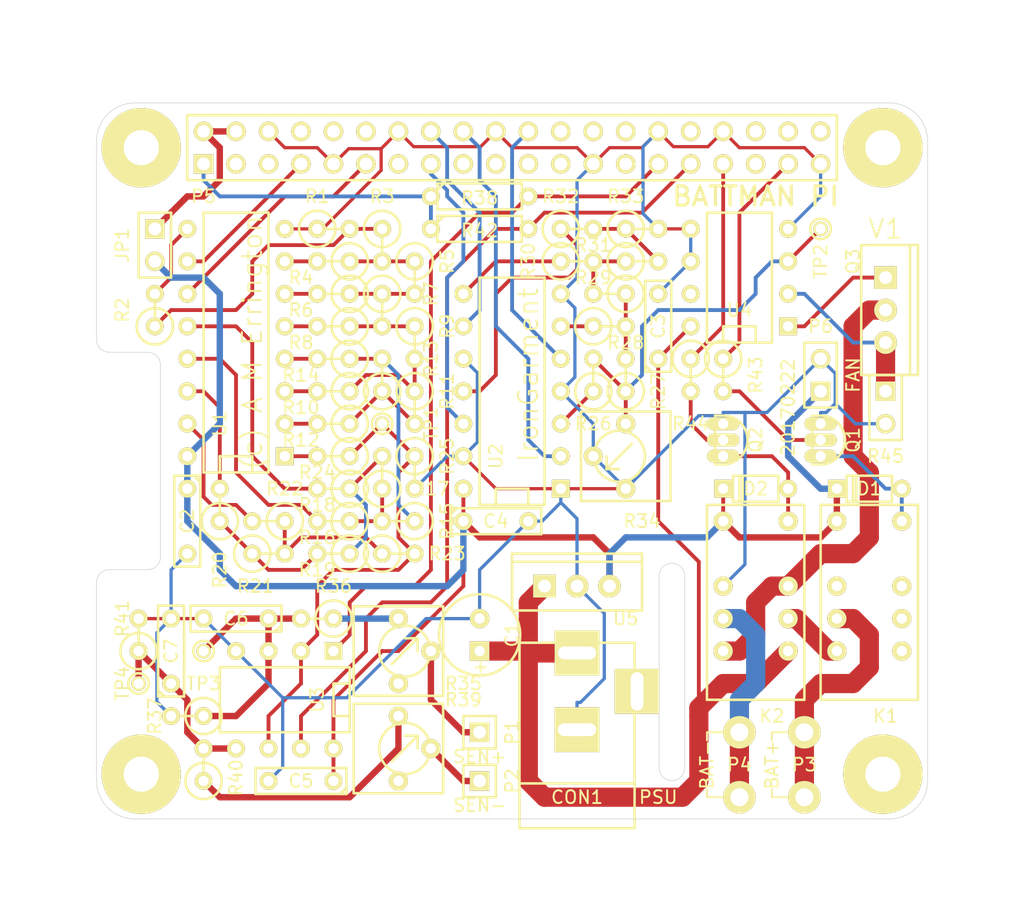
<source format=kicad_pcb>
(kicad_pcb (version 20171130) (host pcbnew "(5.1.12)-1")

  (general
    (thickness 1.6)
    (drawings 38)
    (tracks 402)
    (zones 0)
    (modules 80)
    (nets 64)
  )

  (page A4)
  (title_block
    (title "BattMan Pi")
    (comment 1 "Original Design BattMan II by Stefan Voekoetter")
    (comment 2 "BattMan Pi by Andrew Errington")
    (comment 3 "January 2017")
  )

  (layers
    (0 F.Cu signal)
    (31 B.Cu signal)
    (36 B.SilkS user)
    (37 F.SilkS user)
    (38 B.Mask user)
    (39 F.Mask user)
    (41 Cmts.User user)
    (44 Edge.Cuts user)
  )

  (setup
    (last_trace_width 0.254)
    (user_trace_width 0.3)
    (user_trace_width 0.5)
    (user_trace_width 1.27)
    (user_trace_width 1.5)
    (user_trace_width 2.54)
    (trace_clearance 0.254)
    (zone_clearance 0.508)
    (zone_45_only no)
    (trace_min 0.254)
    (via_size 0.889)
    (via_drill 0.635)
    (via_min_size 0.889)
    (via_min_drill 0.508)
    (uvia_size 0.508)
    (uvia_drill 0.127)
    (uvias_allowed no)
    (uvia_min_size 0.508)
    (uvia_min_drill 0.127)
    (edge_width 0.1)
    (segment_width 0.1)
    (pcb_text_width 0.3)
    (pcb_text_size 1.5 1.5)
    (mod_edge_width 0.381)
    (mod_text_size 1 1)
    (mod_text_width 0.15)
    (pad_size 2.54 2.54)
    (pad_drill 1)
    (pad_to_mask_clearance 0)
    (aux_axis_origin 0 0)
    (visible_elements 7FFFFFFF)
    (pcbplotparams
      (layerselection 0x00030_ffffffff)
      (usegerberextensions false)
      (usegerberattributes true)
      (usegerberadvancedattributes true)
      (creategerberjobfile true)
      (excludeedgelayer false)
      (linewidth 0.150000)
      (plotframeref false)
      (viasonmask false)
      (mode 1)
      (useauxorigin false)
      (hpglpennumber 1)
      (hpglpenspeed 20)
      (hpglpendiameter 15.000000)
      (psnegative false)
      (psa4output false)
      (plotreference true)
      (plotvalue true)
      (plotinvisibletext false)
      (padsonsilk false)
      (subtractmaskfromsilk false)
      (outputformat 2)
      (mirror false)
      (drillshape 2)
      (scaleselection 1)
      (outputdirectory "gerber/"))
  )

  (net 0 "")
  (net 1 +24V)
  (net 2 +3.3V)
  (net 3 +5V)
  (net 4 /CNCT)
  (net 5 /D0)
  (net 6 /D1)
  (net 7 /D2)
  (net 8 /D3)
  (net 9 /INCR)
  (net 10 /MODE)
  (net 11 /VDAC)
  (net 12 /VDAC<B+)
  (net 13 /VDAC<B-)
  (net 14 /ZERO)
  (net 15 GND)
  (net 16 N-000001)
  (net 17 N-0000010)
  (net 18 N-0000011)
  (net 19 N-0000012)
  (net 20 N-0000013)
  (net 21 N-0000014)
  (net 22 N-0000015)
  (net 23 N-0000016)
  (net 24 N-0000017)
  (net 25 N-0000018)
  (net 26 N-0000019)
  (net 27 N-000002)
  (net 28 N-0000020)
  (net 29 N-0000021)
  (net 30 N-0000022)
  (net 31 N-0000023)
  (net 32 N-0000024)
  (net 33 N-0000025)
  (net 34 N-0000026)
  (net 35 N-0000027)
  (net 36 N-0000028)
  (net 37 N-0000029)
  (net 38 N-000003)
  (net 39 N-0000030)
  (net 40 N-0000031)
  (net 41 N-0000032)
  (net 42 N-0000033)
  (net 43 N-0000034)
  (net 44 N-000004)
  (net 45 N-0000067)
  (net 46 N-000007)
  (net 47 N-0000073)
  (net 48 N-0000074)
  (net 49 N-0000075)
  (net 50 N-0000076)
  (net 51 N-0000077)
  (net 52 N-0000078)
  (net 53 N-0000079)
  (net 54 N-000008)
  (net 55 N-0000081)
  (net 56 N-0000082)
  (net 57 N-0000083)
  (net 58 N-0000084)
  (net 59 N-0000085)
  (net 60 N-0000086)
  (net 61 N-0000087)
  (net 62 N-0000088)
  (net 63 N-0000090)

  (net_class Default "This is the default net class."
    (clearance 0.254)
    (trace_width 0.254)
    (via_dia 0.889)
    (via_drill 0.635)
    (uvia_dia 0.508)
    (uvia_drill 0.127)
    (add_net +24V)
    (add_net +3.3V)
    (add_net +5V)
    (add_net /CNCT)
    (add_net /D0)
    (add_net /D1)
    (add_net /D2)
    (add_net /D3)
    (add_net /INCR)
    (add_net /MODE)
    (add_net /VDAC)
    (add_net /VDAC<B+)
    (add_net /VDAC<B-)
    (add_net /ZERO)
    (add_net GND)
    (add_net N-000001)
    (add_net N-0000010)
    (add_net N-0000011)
    (add_net N-0000012)
    (add_net N-0000013)
    (add_net N-0000014)
    (add_net N-0000015)
    (add_net N-0000016)
    (add_net N-0000017)
    (add_net N-0000018)
    (add_net N-0000019)
    (add_net N-000002)
    (add_net N-0000020)
    (add_net N-0000021)
    (add_net N-0000022)
    (add_net N-0000023)
    (add_net N-0000024)
    (add_net N-0000025)
    (add_net N-0000026)
    (add_net N-0000027)
    (add_net N-0000028)
    (add_net N-0000029)
    (add_net N-000003)
    (add_net N-0000030)
    (add_net N-0000031)
    (add_net N-0000032)
    (add_net N-0000033)
    (add_net N-0000034)
    (add_net N-000004)
    (add_net N-0000067)
    (add_net N-000007)
    (add_net N-0000073)
    (add_net N-0000074)
    (add_net N-0000075)
    (add_net N-0000076)
    (add_net N-0000077)
    (add_net N-0000078)
    (add_net N-0000079)
    (add_net N-000008)
    (add_net N-0000081)
    (add_net N-0000082)
    (add_net N-0000083)
    (add_net N-0000084)
    (add_net N-0000085)
    (add_net N-0000086)
    (add_net N-0000087)
    (add_net N-0000088)
    (add_net N-0000090)
  )

  (net_class hicurrent ""
    (clearance 0.254)
    (trace_width 1.5)
    (via_dia 0.889)
    (via_drill 0.635)
    (uvia_dia 0.508)
    (uvia_drill 0.127)
  )

  (module DIP-14__300 (layer F.Cu) (tedit 58A448B3) (tstamp 5868B920)
    (at 128.27 86.36 90)
    (descr "14 pins DIL package, round pads")
    (tags DIL)
    (path /57C26B25)
    (fp_text reference U2 (at -5.08 -1.27 90) (layer F.SilkS)
      (effects (font (size 1 1) (thickness 0.15)))
    )
    (fp_text value 74HCT125 (at 1.27 1.27 90) (layer F.SilkS) hide
      (effects (font (size 1.524 1.143) (thickness 0.28575)))
    )
    (fp_line (start 8.89 -2.54) (end 8.89 2.54) (layer F.SilkS) (width 0.2))
    (fp_line (start -7.62 1.27) (end -8.89 1.27) (layer F.SilkS) (width 0.2))
    (fp_line (start -7.62 -1.27) (end -7.62 1.27) (layer F.SilkS) (width 0.2))
    (fp_line (start -8.89 -1.27) (end -7.62 -1.27) (layer F.SilkS) (width 0.2))
    (fp_line (start -8.89 2.54) (end -8.89 -2.54) (layer F.SilkS) (width 0.2))
    (fp_line (start -8.89 -2.54) (end 8.89 -2.54) (layer F.SilkS) (width 0.2))
    (fp_line (start 8.89 2.54) (end -8.89 2.54) (layer F.SilkS) (width 0.2))
    (pad 1 thru_hole rect (at -7.62 3.81 90) (size 1.397 1.397) (drill 0.8) (layers *.Cu *.Mask F.SilkS)
      (net 15 GND))
    (pad 2 thru_hole circle (at -5.08 3.81 90) (size 1.397 1.397) (drill 0.8) (layers *.Cu *.Mask F.SilkS)
      (net 8 /D3))
    (pad 3 thru_hole circle (at -2.54 3.81 90) (size 1.397 1.397) (drill 0.8) (layers *.Cu *.Mask F.SilkS)
      (net 57 N-0000083))
    (pad 4 thru_hole circle (at 0 3.81 90) (size 1.397 1.397) (drill 0.8) (layers *.Cu *.Mask F.SilkS)
      (net 15 GND))
    (pad 5 thru_hole circle (at 2.54 3.81 90) (size 1.397 1.397) (drill 0.8) (layers *.Cu *.Mask F.SilkS)
      (net 7 /D2))
    (pad 6 thru_hole circle (at 5.08 3.81 90) (size 1.397 1.397) (drill 0.8) (layers *.Cu *.Mask F.SilkS)
      (net 58 N-0000084))
    (pad 7 thru_hole circle (at 7.62 3.81 90) (size 1.397 1.397) (drill 0.8) (layers *.Cu *.Mask F.SilkS)
      (net 15 GND))
    (pad 8 thru_hole circle (at 7.62 -3.81 90) (size 1.397 1.397) (drill 0.8) (layers *.Cu *.Mask F.SilkS)
      (net 60 N-0000086))
    (pad 9 thru_hole circle (at 5.08 -3.81 90) (size 1.397 1.397) (drill 0.8) (layers *.Cu *.Mask F.SilkS)
      (net 6 /D1))
    (pad 10 thru_hole circle (at 2.54 -3.81 90) (size 1.397 1.397) (drill 0.8) (layers *.Cu *.Mask F.SilkS)
      (net 15 GND))
    (pad 11 thru_hole circle (at 0 -3.81 90) (size 1.397 1.397) (drill 0.8) (layers *.Cu *.Mask F.SilkS)
      (net 62 N-0000088))
    (pad 12 thru_hole circle (at -2.54 -3.81 90) (size 1.397 1.397) (drill 0.8) (layers *.Cu *.Mask F.SilkS)
      (net 5 /D0))
    (pad 13 thru_hole circle (at -5.08 -3.81 90) (size 1.397 1.397) (drill 0.8) (layers *.Cu *.Mask F.SilkS)
      (net 15 GND))
    (pad 14 thru_hole circle (at -7.62 -3.81 90) (size 1.397 1.397) (drill 0.8) (layers *.Cu *.Mask F.SilkS)
      (net 3 +5V))
    (model dil/dil_14.wrl
      (at (xyz 0 0 0))
      (scale (xyz 1 1 1))
      (rotate (xyz 0 0 0))
    )
  )

  (module DIP-16__300 (layer F.Cu) (tedit 58A44890) (tstamp 5868C8D9)
    (at 106.68 82.55 90)
    (descr "16 pins DIL package, round pads")
    (tags DIL)
    (path /57C26B13)
    (fp_text reference U1 (at -6.35 -1.27 90) (layer F.SilkS)
      (effects (font (size 1 1) (thickness 0.15)))
    )
    (fp_text value 74HCT4040 (at 2.54 1.27 90) (layer F.SilkS) hide
      (effects (font (size 1.524 1.143) (thickness 0.28575)))
    )
    (fp_line (start -10.16 2.54) (end -10.16 -2.54) (layer F.SilkS) (width 0.2))
    (fp_line (start 10.16 -2.54) (end 10.16 2.54) (layer F.SilkS) (width 0.2))
    (fp_line (start -8.89 1.27) (end -10.16 1.27) (layer F.SilkS) (width 0.2))
    (fp_line (start -8.89 -1.27) (end -8.89 1.27) (layer F.SilkS) (width 0.2))
    (fp_line (start -10.16 -1.27) (end -8.89 -1.27) (layer F.SilkS) (width 0.2))
    (fp_line (start -10.16 -2.54) (end 10.16 -2.54) (layer F.SilkS) (width 0.2))
    (fp_line (start -10.16 2.54) (end 10.16 2.54) (layer F.SilkS) (width 0.2))
    (pad 1 thru_hole rect (at -8.89 3.81 90) (size 1.397 1.397) (drill 0.8) (layers *.Cu *.Mask F.SilkS)
      (net 41 N-0000032))
    (pad 2 thru_hole circle (at -6.35 3.81 90) (size 1.397 1.397) (drill 0.8) (layers *.Cu *.Mask F.SilkS)
      (net 17 N-0000010))
    (pad 3 thru_hole circle (at -3.81 3.81 90) (size 1.397 1.397) (drill 0.8) (layers *.Cu *.Mask F.SilkS)
      (net 20 N-0000013))
    (pad 4 thru_hole circle (at -1.27 3.81 90) (size 1.397 1.397) (drill 0.8) (layers *.Cu *.Mask F.SilkS)
      (net 21 N-0000014))
    (pad 5 thru_hole circle (at 1.27 3.81 90) (size 1.397 1.397) (drill 0.8) (layers *.Cu *.Mask F.SilkS)
      (net 19 N-0000012))
    (pad 6 thru_hole circle (at 3.81 3.81 90) (size 1.397 1.397) (drill 0.8) (layers *.Cu *.Mask F.SilkS)
      (net 18 N-0000011))
    (pad 7 thru_hole circle (at 6.35 3.81 90) (size 1.397 1.397) (drill 0.8) (layers *.Cu *.Mask F.SilkS)
      (net 32 N-0000024))
    (pad 8 thru_hole circle (at 8.89 3.81 90) (size 1.397 1.397) (drill 0.8) (layers *.Cu *.Mask F.SilkS)
      (net 15 GND))
    (pad 9 thru_hole circle (at 8.89 -3.81 90) (size 1.397 1.397) (drill 0.8) (layers *.Cu *.Mask F.SilkS)
      (net 31 N-0000023))
    (pad 10 thru_hole circle (at 6.35 -3.81 90) (size 1.397 1.397) (drill 0.8) (layers *.Cu *.Mask F.SilkS)
      (net 9 /INCR))
    (pad 11 thru_hole circle (at 3.81 -3.81 90) (size 1.397 1.397) (drill 0.8) (layers *.Cu *.Mask F.SilkS)
      (net 14 /ZERO))
    (pad 12 thru_hole circle (at 1.27 -3.81 90) (size 1.397 1.397) (drill 0.8) (layers *.Cu *.Mask F.SilkS)
      (net 23 N-0000016))
    (pad 13 thru_hole circle (at -1.27 -3.81 90) (size 1.397 1.397) (drill 0.8) (layers *.Cu *.Mask F.SilkS)
      (net 22 N-0000015))
    (pad 14 thru_hole circle (at -3.81 -3.81 90) (size 1.397 1.397) (drill 0.8) (layers *.Cu *.Mask F.SilkS)
      (net 29 N-0000021))
    (pad 15 thru_hole circle (at -6.35 -3.81 90) (size 1.397 1.397) (drill 0.8) (layers *.Cu *.Mask F.SilkS)
      (net 40 N-0000031))
    (pad 16 thru_hole circle (at -8.89 -3.81 90) (size 1.397 1.397) (drill 0.8) (layers *.Cu *.Mask F.SilkS)
      (net 3 +5V))
    (model dil/dil_16.wrl
      (at (xyz 0 0 0))
      (scale (xyz 1 1 1))
      (rotate (xyz 0 0 0))
    )
  )

  (module R3 (layer F.Cu) (tedit 58A447E4) (tstamp 57C28D00)
    (at 125.73 73.66)
    (descr "Resitance 3 pas")
    (tags R)
    (path /57C2AD11)
    (autoplace_cost180 10)
    (fp_text reference R42 (at 0 0.127) (layer F.SilkS)
      (effects (font (size 1 1) (thickness 0.15)))
    )
    (fp_text value 4.7k (at 0 0.127) (layer F.SilkS) hide
      (effects (font (size 1.397 1.27) (thickness 0.2032)))
    )
    (fp_line (start -3.302 -0.508) (end -2.794 -1.016) (layer F.SilkS) (width 0.2))
    (fp_line (start 3.302 1.016) (end 3.302 0) (layer F.SilkS) (width 0.2))
    (fp_line (start -3.302 1.016) (end 3.302 1.016) (layer F.SilkS) (width 0.2))
    (fp_line (start -3.302 -1.016) (end -3.302 1.016) (layer F.SilkS) (width 0.2))
    (fp_line (start 3.302 -1.016) (end -3.302 -1.016) (layer F.SilkS) (width 0.2))
    (fp_line (start 3.302 0) (end 3.302 -1.016) (layer F.SilkS) (width 0.2))
    (fp_line (start 3.81 0) (end 3.302 0) (layer F.SilkS) (width 0.2))
    (fp_line (start -3.81 0) (end -3.302 0) (layer F.SilkS) (width 0.2))
    (pad 1 thru_hole circle (at -3.81 0) (size 1.397 1.397) (drill 0.8) (layers *.Cu *.Mask F.SilkS)
      (net 2 +3.3V))
    (pad 2 thru_hole circle (at 3.81 0) (size 1.397 1.397) (drill 0.8) (layers *.Cu *.Mask F.SilkS)
      (net 13 /VDAC<B-))
    (model discret/resistor.wrl
      (at (xyz 0 0 0))
      (scale (xyz 0.3 0.3 0.3))
      (rotate (xyz 0 0 0))
    )
  )

  (module R3 (layer F.Cu) (tedit 58A44806) (tstamp 57C28D1C)
    (at 125.73 71.12)
    (descr "Resitance 3 pas")
    (tags R)
    (path /57C2AD28)
    (autoplace_cost180 10)
    (fp_text reference R38 (at 0 0.127) (layer F.SilkS)
      (effects (font (size 1 1) (thickness 0.15)))
    )
    (fp_text value 4.7k (at 0 0.127) (layer F.SilkS) hide
      (effects (font (size 1.397 1.27) (thickness 0.2032)))
    )
    (fp_line (start -3.302 -0.508) (end -2.794 -1.016) (layer F.SilkS) (width 0.2))
    (fp_line (start 3.302 1.016) (end 3.302 0) (layer F.SilkS) (width 0.2))
    (fp_line (start -3.302 1.016) (end 3.302 1.016) (layer F.SilkS) (width 0.2))
    (fp_line (start -3.302 -1.016) (end -3.302 1.016) (layer F.SilkS) (width 0.2))
    (fp_line (start 3.302 -1.016) (end -3.302 -1.016) (layer F.SilkS) (width 0.2))
    (fp_line (start 3.302 0) (end 3.302 -1.016) (layer F.SilkS) (width 0.2))
    (fp_line (start 3.81 0) (end 3.302 0) (layer F.SilkS) (width 0.2))
    (fp_line (start -3.81 0) (end -3.302 0) (layer F.SilkS) (width 0.2))
    (pad 1 thru_hole circle (at -3.81 0) (size 1.397 1.397) (drill 0.8) (layers *.Cu *.Mask F.SilkS)
      (net 2 +3.3V))
    (pad 2 thru_hole circle (at 3.81 0) (size 1.397 1.397) (drill 0.8) (layers *.Cu *.Mask F.SilkS)
      (net 12 /VDAC<B+))
    (model discret/resistor.wrl
      (at (xyz 0 0 0))
      (scale (xyz 0.3 0.3 0.3))
      (rotate (xyz 0 0 0))
    )
  )

  (module PIN_ARRAY_1 (layer F.Cu) (tedit 58A446DB) (tstamp 5868BCF3)
    (at 125.73 116.84 180)
    (descr "1 pin")
    (tags "CONN DEV")
    (path /57C29B92)
    (fp_text reference P2 (at -2.54 0 270) (layer F.SilkS)
      (effects (font (size 1 1) (thickness 0.15)))
    )
    (fp_text value SEN- (at 0 -1.905 180) (layer F.SilkS)
      (effects (font (size 1 1) (thickness 0.15)))
    )
    (fp_line (start 1.27 -1.27) (end 1.27 1.27) (layer F.SilkS) (width 0.2))
    (fp_line (start -1.27 1.27) (end -1.27 -1.27) (layer F.SilkS) (width 0.2))
    (fp_line (start -1.27 -1.27) (end 1.27 -1.27) (layer F.SilkS) (width 0.2))
    (fp_line (start 1.27 1.27) (end -1.27 1.27) (layer F.SilkS) (width 0.2))
    (pad 1 thru_hole rect (at 0 0 180) (size 1.524 1.524) (drill 1) (layers *.Cu *.Mask F.SilkS)
      (net 44 N-000004))
    (model pin_array\pin_1.wrl
      (at (xyz 0 0 0))
      (scale (xyz 1 1 1))
      (rotate (xyz 0 0 0))
    )
  )

  (module PIN_ARRAY_1 (layer F.Cu) (tedit 58A446D0) (tstamp 57C28E58)
    (at 125.73 113.03 180)
    (descr "1 pin")
    (tags "CONN DEV")
    (path /57C29B98)
    (fp_text reference P1 (at -2.54 0 270) (layer F.SilkS)
      (effects (font (size 1 1) (thickness 0.15)))
    )
    (fp_text value SEN+ (at 0 -1.905 180) (layer F.SilkS)
      (effects (font (size 1 1) (thickness 0.15)))
    )
    (fp_line (start 1.27 -1.27) (end 1.27 1.27) (layer F.SilkS) (width 0.2))
    (fp_line (start -1.27 1.27) (end -1.27 -1.27) (layer F.SilkS) (width 0.2))
    (fp_line (start -1.27 -1.27) (end 1.27 -1.27) (layer F.SilkS) (width 0.2))
    (fp_line (start 1.27 1.27) (end -1.27 1.27) (layer F.SilkS) (width 0.2))
    (pad 1 thru_hole rect (at 0 0 180) (size 1.524 1.524) (drill 1) (layers *.Cu *.Mask F.SilkS)
      (net 38 N-000003))
    (model pin_array\pin_1.wrl
      (at (xyz 0 0 0))
      (scale (xyz 1 1 1))
      (rotate (xyz 0 0 0))
    )
  )

  (module DIP-8__300 (layer F.Cu) (tedit 58A4476E) (tstamp 586A0647)
    (at 110.49 110.49 180)
    (descr "8 pins DIL package, round pads")
    (tags DIL)
    (path /57C26C4D)
    (fp_text reference U3 (at -2.54 0 270) (layer F.SilkS)
      (effects (font (size 1 1) (thickness 0.15)))
    )
    (fp_text value LM393 (at 0 0 270) (layer F.SilkS) hide
      (effects (font (size 1.27 1.016) (thickness 0.2032)))
    )
    (fp_line (start -5.08 2.54) (end -5.08 -2.54) (layer F.SilkS) (width 0.2))
    (fp_line (start 5.08 2.54) (end -5.08 2.54) (layer F.SilkS) (width 0.2))
    (fp_line (start 5.08 -2.54) (end 5.08 2.54) (layer F.SilkS) (width 0.2))
    (fp_line (start -5.08 -2.54) (end 5.08 -2.54) (layer F.SilkS) (width 0.2))
    (fp_line (start -3.81 1.27) (end -5.08 1.27) (layer F.SilkS) (width 0.2))
    (fp_line (start -3.81 -1.27) (end -3.81 1.27) (layer F.SilkS) (width 0.2))
    (fp_line (start -5.08 -1.27) (end -3.81 -1.27) (layer F.SilkS) (width 0.2))
    (pad 1 thru_hole rect (at -3.81 3.81 180) (size 1.397 1.397) (drill 0.8) (layers *.Cu *.Mask F.SilkS)
      (net 12 /VDAC<B+))
    (pad 2 thru_hole circle (at -1.27 3.81 180) (size 1.397 1.397) (drill 0.8) (layers *.Cu *.Mask F.SilkS)
      (net 11 /VDAC))
    (pad 3 thru_hole circle (at 1.27 3.81 180) (size 1.397 1.397) (drill 0.8) (layers *.Cu *.Mask F.SilkS)
      (net 46 N-000007))
    (pad 4 thru_hole circle (at 3.81 3.81 180) (size 1.397 1.397) (drill 0.8) (layers *.Cu *.Mask F.SilkS)
      (net 15 GND))
    (pad 5 thru_hole circle (at 3.81 -3.81 180) (size 1.397 1.397) (drill 0.8) (layers *.Cu *.Mask F.SilkS)
      (net 54 N-000008))
    (pad 6 thru_hole circle (at 1.27 -3.81 180) (size 1.397 1.397) (drill 0.8) (layers *.Cu *.Mask F.SilkS)
      (net 11 /VDAC))
    (pad 7 thru_hole circle (at -1.27 -3.81 180) (size 1.397 1.397) (drill 0.8) (layers *.Cu *.Mask F.SilkS)
      (net 13 /VDAC<B-))
    (pad 8 thru_hole circle (at -3.81 -3.81 180) (size 1.397 1.397) (drill 0.8) (layers *.Cu *.Mask F.SilkS)
      (net 3 +5V))
    (model dil/dil_8.wrl
      (at (xyz 0 0 0))
      (scale (xyz 1 1 1))
      (rotate (xyz 0 0 0))
    )
  )

  (module DIP-8__300 (layer F.Cu) (tedit 58A44C68) (tstamp 57C28E7E)
    (at 146.05 77.47 90)
    (descr "8 pins DIL package, round pads")
    (tags DIL)
    (path /57C26C3E)
    (fp_text reference U4 (at -2.54 0 180) (layer F.SilkS)
      (effects (font (size 1 1) (thickness 0.15)))
    )
    (fp_text value LM358 (at 0 0 90) (layer F.SilkS) hide
      (effects (font (size 1.27 1.016) (thickness 0.2032)))
    )
    (fp_line (start -5.08 2.54) (end -5.08 -2.54) (layer F.SilkS) (width 0.2))
    (fp_line (start 5.08 2.54) (end -5.08 2.54) (layer F.SilkS) (width 0.2))
    (fp_line (start 5.08 -2.54) (end 5.08 2.54) (layer F.SilkS) (width 0.2))
    (fp_line (start -5.08 -2.54) (end 5.08 -2.54) (layer F.SilkS) (width 0.2))
    (fp_line (start -3.81 1.27) (end -5.08 1.27) (layer F.SilkS) (width 0.2))
    (fp_line (start -3.81 -1.27) (end -3.81 1.27) (layer F.SilkS) (width 0.2))
    (fp_line (start -5.08 -1.27) (end -3.81 -1.27) (layer F.SilkS) (width 0.2))
    (pad 1 thru_hole rect (at -3.81 3.81 90) (size 1.397 1.397) (drill 0.8) (layers *.Cu *.Mask F.SilkS)
      (net 55 N-0000081))
    (pad 2 thru_hole circle (at -1.27 3.81 90) (size 1.397 1.397) (drill 0.8) (layers *.Cu *.Mask F.SilkS)
      (net 63 N-0000090))
    (pad 3 thru_hole circle (at 1.27 3.81 90) (size 1.397 1.397) (drill 0.8) (layers *.Cu *.Mask F.SilkS)
      (net 53 N-0000079))
    (pad 4 thru_hole circle (at 3.81 3.81 90) (size 1.397 1.397) (drill 0.8) (layers *.Cu *.Mask F.SilkS)
      (net 15 GND))
    (pad 5 thru_hole circle (at 3.81 -3.81 90) (size 1.397 1.397) (drill 0.8) (layers *.Cu *.Mask F.SilkS)
      (net 15 GND))
    (pad 6 thru_hole circle (at 1.27 -3.81 90) (size 1.397 1.397) (drill 0.8) (layers *.Cu *.Mask F.SilkS)
      (net 15 GND))
    (pad 7 thru_hole circle (at -1.27 -3.81 90) (size 1.397 1.397) (drill 0.8) (layers *.Cu *.Mask F.SilkS))
    (pad 8 thru_hole circle (at -3.81 -3.81 90) (size 1.397 1.397) (drill 0.8) (layers *.Cu *.Mask F.SilkS)
      (net 1 +24V))
    (model dil/dil_8.wrl
      (at (xyz 0 0 0))
      (scale (xyz 1 1 1))
      (rotate (xyz 0 0 0))
    )
  )

  (module C2 (layer F.Cu) (tedit 200000) (tstamp 57C28EDE)
    (at 106.68 104.14 180)
    (descr "Condensateur = 2 pas")
    (tags C)
    (path /57C29D2D)
    (fp_text reference C6 (at 0 0 180) (layer F.SilkS)
      (effects (font (size 1.016 1.016) (thickness 0.15)))
    )
    (fp_text value 0.1u (at 0 0 180) (layer F.SilkS) hide
      (effects (font (size 1.016 1.016) (thickness 0.2032)))
    )
    (fp_line (start -3.556 -0.508) (end -3.048 -1.016) (layer F.SilkS) (width 0.2))
    (fp_line (start -3.556 1.016) (end -3.556 -1.016) (layer F.SilkS) (width 0.2))
    (fp_line (start 3.556 1.016) (end -3.556 1.016) (layer F.SilkS) (width 0.2))
    (fp_line (start 3.556 -1.016) (end 3.556 1.016) (layer F.SilkS) (width 0.2))
    (fp_line (start -3.556 -1.016) (end 3.556 -1.016) (layer F.SilkS) (width 0.2))
    (pad 1 thru_hole circle (at -2.54 0 180) (size 1.397 1.397) (drill 0.8) (layers *.Cu *.Mask F.SilkS)
      (net 46 N-000007))
    (pad 2 thru_hole circle (at 2.54 0 180) (size 1.397 1.397) (drill 0.8) (layers *.Cu *.Mask F.SilkS)
      (net 15 GND))
    (model discret/capa_2pas_5x5mm.wrl
      (at (xyz 0 0 0))
      (scale (xyz 1 1 1))
      (rotate (xyz 0 0 0))
    )
  )

  (module C2 (layer F.Cu) (tedit 200000) (tstamp 57C28EE9)
    (at 101.6 106.68 90)
    (descr "Condensateur = 2 pas")
    (tags C)
    (path /57C2A695)
    (fp_text reference C7 (at 0 0 90) (layer F.SilkS)
      (effects (font (size 1 1) (thickness 0.15)))
    )
    (fp_text value 0.1u (at 0 0 90) (layer F.SilkS) hide
      (effects (font (size 1.016 1.016) (thickness 0.2032)))
    )
    (fp_line (start -3.556 -0.508) (end -3.048 -1.016) (layer F.SilkS) (width 0.2))
    (fp_line (start -3.556 1.016) (end -3.556 -1.016) (layer F.SilkS) (width 0.2))
    (fp_line (start 3.556 1.016) (end -3.556 1.016) (layer F.SilkS) (width 0.2))
    (fp_line (start 3.556 -1.016) (end 3.556 1.016) (layer F.SilkS) (width 0.2))
    (fp_line (start -3.556 -1.016) (end 3.556 -1.016) (layer F.SilkS) (width 0.2))
    (pad 1 thru_hole circle (at -2.54 0 90) (size 1.397 1.397) (drill 0.8) (layers *.Cu *.Mask F.SilkS)
      (net 54 N-000008))
    (pad 2 thru_hole circle (at 2.54 0 90) (size 1.397 1.397) (drill 0.8) (layers *.Cu *.Mask F.SilkS)
      (net 15 GND))
    (model discret/capa_2pas_5x5mm.wrl
      (at (xyz 0 0 0))
      (scale (xyz 1 1 1))
      (rotate (xyz 0 0 0))
    )
  )

  (module C2 (layer F.Cu) (tedit 200000) (tstamp 57C28EF4)
    (at 139.7 81.28 90)
    (descr "Condensateur = 2 pas")
    (tags C)
    (path /57C2711D)
    (fp_text reference C3 (at 0 0 90) (layer F.SilkS)
      (effects (font (size 1 1) (thickness 0.15)))
    )
    (fp_text value 0.1u (at 0 0 90) (layer F.SilkS) hide
      (effects (font (size 1.016 1.016) (thickness 0.2032)))
    )
    (fp_line (start -3.556 -0.508) (end -3.048 -1.016) (layer F.SilkS) (width 0.2))
    (fp_line (start -3.556 1.016) (end -3.556 -1.016) (layer F.SilkS) (width 0.2))
    (fp_line (start 3.556 1.016) (end -3.556 1.016) (layer F.SilkS) (width 0.2))
    (fp_line (start 3.556 -1.016) (end 3.556 1.016) (layer F.SilkS) (width 0.2))
    (fp_line (start -3.556 -1.016) (end 3.556 -1.016) (layer F.SilkS) (width 0.2))
    (pad 1 thru_hole circle (at -2.54 0 90) (size 1.397 1.397) (drill 0.8) (layers *.Cu *.Mask F.SilkS)
      (net 1 +24V))
    (pad 2 thru_hole circle (at 2.54 0 90) (size 1.397 1.397) (drill 0.8) (layers *.Cu *.Mask F.SilkS)
      (net 15 GND))
    (model discret/capa_2pas_5x5mm.wrl
      (at (xyz 0 0 0))
      (scale (xyz 1 1 1))
      (rotate (xyz 0 0 0))
    )
  )

  (module C2 (layer F.Cu) (tedit 200000) (tstamp 57C28EFF)
    (at 127 96.52)
    (descr "Condensateur = 2 pas")
    (tags C)
    (path /57C26B94)
    (fp_text reference C4 (at 0 0) (layer F.SilkS)
      (effects (font (size 1.016 1.016) (thickness 0.15)))
    )
    (fp_text value 0.1u (at 0 0) (layer F.SilkS) hide
      (effects (font (size 1.016 1.016) (thickness 0.2032)))
    )
    (fp_line (start -3.556 -0.508) (end -3.048 -1.016) (layer F.SilkS) (width 0.2))
    (fp_line (start -3.556 1.016) (end -3.556 -1.016) (layer F.SilkS) (width 0.2))
    (fp_line (start 3.556 1.016) (end -3.556 1.016) (layer F.SilkS) (width 0.2))
    (fp_line (start 3.556 -1.016) (end 3.556 1.016) (layer F.SilkS) (width 0.2))
    (fp_line (start -3.556 -1.016) (end 3.556 -1.016) (layer F.SilkS) (width 0.2))
    (pad 1 thru_hole circle (at -2.54 0) (size 1.397 1.397) (drill 0.8) (layers *.Cu *.Mask F.SilkS)
      (net 3 +5V))
    (pad 2 thru_hole circle (at 2.54 0) (size 1.397 1.397) (drill 0.8) (layers *.Cu *.Mask F.SilkS)
      (net 15 GND))
    (model discret/capa_2pas_5x5mm.wrl
      (at (xyz 0 0 0))
      (scale (xyz 1 1 1))
      (rotate (xyz 0 0 0))
    )
  )

  (module C2 (layer F.Cu) (tedit 200000) (tstamp 58685800)
    (at 102.87 96.52 270)
    (descr "Condensateur = 2 pas")
    (tags C)
    (path /57C2B438)
    (fp_text reference C2 (at 0 0 270) (layer F.SilkS)
      (effects (font (size 1 1) (thickness 0.15)))
    )
    (fp_text value 0.1u (at 0 0 270) (layer F.SilkS) hide
      (effects (font (size 1.016 1.016) (thickness 0.2032)))
    )
    (fp_line (start -3.556 -0.508) (end -3.048 -1.016) (layer F.SilkS) (width 0.2))
    (fp_line (start -3.556 1.016) (end -3.556 -1.016) (layer F.SilkS) (width 0.2))
    (fp_line (start 3.556 1.016) (end -3.556 1.016) (layer F.SilkS) (width 0.2))
    (fp_line (start 3.556 -1.016) (end 3.556 1.016) (layer F.SilkS) (width 0.2))
    (fp_line (start -3.556 -1.016) (end 3.556 -1.016) (layer F.SilkS) (width 0.2))
    (pad 1 thru_hole circle (at -2.54 0 270) (size 1.397 1.397) (drill 0.8) (layers *.Cu *.Mask F.SilkS)
      (net 3 +5V))
    (pad 2 thru_hole circle (at 2.54 0 270) (size 1.397 1.397) (drill 0.8) (layers *.Cu *.Mask F.SilkS)
      (net 15 GND))
    (model discret/capa_2pas_5x5mm.wrl
      (at (xyz 0 0 0))
      (scale (xyz 1 1 1))
      (rotate (xyz 0 0 0))
    )
  )

  (module C1V7 (layer F.Cu) (tedit 58A791DE) (tstamp 57C28F12)
    (at 125.73 105.41 90)
    (path /57C2B447)
    (fp_text reference C1 (at 0 2.54 90) (layer F.SilkS)
      (effects (font (size 1 1) (thickness 0.15)))
    )
    (fp_text value 10u (at 0 -1.524 90) (layer F.SilkS) hide
      (effects (font (size 1.143 0.889) (thickness 0.2032)))
    )
    (fp_circle (center 0 0) (end 3.175 0) (layer F.SilkS) (width 0.2))
    (fp_text user + (at -2.54 0 90) (layer F.SilkS)
      (effects (font (size 1 1) (thickness 0.15)))
    )
    (pad 1 thru_hole rect (at -1.27 0 90) (size 1.524 1.524) (drill 0.8) (layers *.Cu *.Mask F.SilkS)
      (net 1 +24V))
    (pad 2 thru_hole circle (at 1.27 0 90) (size 1.524 1.524) (drill 0.8) (layers *.Cu *.Mask F.SilkS)
      (net 15 GND))
    (model discret/c_vert_c1v7.wrl
      (at (xyz 0 0 0))
      (scale (xyz 1 1 1))
      (rotate (xyz 0 0 0))
    )
  )

  (module R1 (layer F.Cu) (tedit 58A44CBC) (tstamp 57C28D0E)
    (at 119.38 96.52 180)
    (descr "Resistance verticale")
    (tags R)
    (path /57C26CEA)
    (autoplace_cost90 10)
    (autoplace_cost180 10)
    (fp_text reference R15 (at -3.81 0 270) (layer F.SilkS)
      (effects (font (size 1 1) (thickness 0.15)))
    )
    (fp_text value 10k (at -1.143 2.54 180) (layer F.SilkS) hide
      (effects (font (size 1.397 1.27) (thickness 0.2032)))
    )
    (fp_circle (center -1.27 0) (end -0.635 1.27) (layer F.SilkS) (width 0.2))
    (fp_line (start -1.27 0) (end 1.27 0) (layer F.SilkS) (width 0.2))
    (pad 1 thru_hole circle (at -1.27 0 180) (size 1.397 1.397) (drill 0.8) (layers *.Cu *.Mask F.SilkS)
      (net 47 N-0000073))
    (pad 2 thru_hole circle (at 1.27 0 180) (size 1.397 1.397) (drill 0.8) (layers *.Cu *.Mask F.SilkS)
      (net 52 N-0000078))
    (model discret/verti_resistor.wrl
      (at (xyz 0 0 0))
      (scale (xyz 1 1 1))
      (rotate (xyz 0 0 0))
    )
  )

  (module R1 (layer F.Cu) (tedit 58A44D50) (tstamp 57C28C20)
    (at 114.3 99.06 180)
    (descr "Resistance verticale")
    (tags R)
    (path /57C26D0E)
    (autoplace_cost90 10)
    (autoplace_cost180 10)
    (fp_text reference R19 (at 1.27 -1.27 180) (layer F.SilkS)
      (effects (font (size 1 1) (thickness 0.15)))
    )
    (fp_text value 10k (at -1.143 2.54 180) (layer F.SilkS) hide
      (effects (font (size 1.397 1.27) (thickness 0.2032)))
    )
    (fp_circle (center -1.27 0) (end -0.635 1.27) (layer F.SilkS) (width 0.2))
    (fp_line (start -1.27 0) (end 1.27 0) (layer F.SilkS) (width 0.2))
    (pad 1 thru_hole circle (at -1.27 0 180) (size 1.397 1.397) (drill 0.8) (layers *.Cu *.Mask F.SilkS)
      (net 49 N-0000075))
    (pad 2 thru_hole circle (at 1.27 0 180) (size 1.397 1.397) (drill 0.8) (layers *.Cu *.Mask F.SilkS)
      (net 50 N-0000076))
    (model discret/verti_resistor.wrl
      (at (xyz 0 0 0))
      (scale (xyz 1 1 1))
      (rotate (xyz 0 0 0))
    )
  )

  (module R1 (layer F.Cu) (tedit 58A6A94A) (tstamp 57C28C2E)
    (at 119.38 99.06)
    (descr "Resistance verticale")
    (tags R)
    (path /57C26D14)
    (autoplace_cost90 10)
    (autoplace_cost180 10)
    (fp_text reference R23 (at 3.81 0) (layer F.SilkS)
      (effects (font (size 1 1) (thickness 0.15)))
    )
    (fp_text value 10k (at -1.143 2.54) (layer F.SilkS) hide
      (effects (font (size 1.397 1.27) (thickness 0.2032)))
    )
    (fp_circle (center -1.27 0) (end -0.635 1.27) (layer F.SilkS) (width 0.2))
    (fp_line (start -1.27 0) (end 1.27 0) (layer F.SilkS) (width 0.2))
    (pad 1 thru_hole circle (at -1.27 0) (size 1.397 1.397) (drill 0.8) (layers *.Cu *.Mask F.SilkS)
      (net 51 N-0000077))
    (pad 2 thru_hole circle (at 1.27 0) (size 1.397 1.397) (drill 0.8) (layers *.Cu *.Mask F.SilkS)
      (net 11 /VDAC))
    (model discret/verti_resistor.wrl
      (at (xyz 0 0 0))
      (scale (xyz 1 1 1))
      (rotate (xyz 0 0 0))
    )
  )

  (module R1 (layer F.Cu) (tedit 58A44C93) (tstamp 57C28C3C)
    (at 118.11 92.71 90)
    (descr "Resistance verticale")
    (tags R)
    (path /57C26D1A)
    (autoplace_cost90 10)
    (autoplace_cost180 10)
    (fp_text reference R17 (at -1.27 3.81 180) (layer F.SilkS)
      (effects (font (size 1 1) (thickness 0.15)))
    )
    (fp_text value 10k (at -1.143 2.54 90) (layer F.SilkS) hide
      (effects (font (size 1.397 1.27) (thickness 0.2032)))
    )
    (fp_circle (center -1.27 0) (end -0.635 1.27) (layer F.SilkS) (width 0.2))
    (fp_line (start -1.27 0) (end 1.27 0) (layer F.SilkS) (width 0.2))
    (pad 1 thru_hole circle (at -1.27 0 90) (size 1.397 1.397) (drill 0.8) (layers *.Cu *.Mask F.SilkS)
      (net 52 N-0000078))
    (pad 2 thru_hole circle (at 1.27 0 90) (size 1.397 1.397) (drill 0.8) (layers *.Cu *.Mask F.SilkS)
      (net 49 N-0000075))
    (model discret/verti_resistor.wrl
      (at (xyz 0 0 0))
      (scale (xyz 1 1 1))
      (rotate (xyz 0 0 0))
    )
  )

  (module R1 (layer F.Cu) (tedit 58A44E59) (tstamp 57C28DB6)
    (at 118.11 74.93 270)
    (descr "Resistance verticale")
    (tags R)
    (path /57C26CB4)
    (autoplace_cost90 10)
    (autoplace_cost180 10)
    (fp_text reference R3 (at -3.81 0) (layer F.SilkS)
      (effects (font (size 1 1) (thickness 0.15)))
    )
    (fp_text value 10k (at -1.143 2.54 270) (layer F.SilkS) hide
      (effects (font (size 1.397 1.27) (thickness 0.2032)))
    )
    (fp_circle (center -1.27 0) (end -0.635 1.27) (layer F.SilkS) (width 0.2))
    (fp_line (start -1.27 0) (end 1.27 0) (layer F.SilkS) (width 0.2))
    (pad 1 thru_hole circle (at -1.27 0 270) (size 1.397 1.397) (drill 0.8) (layers *.Cu *.Mask F.SilkS)
      (net 30 N-0000022))
    (pad 2 thru_hole circle (at 1.27 0 270) (size 1.397 1.397) (drill 0.8) (layers *.Cu *.Mask F.SilkS)
      (net 24 N-0000017))
    (model discret/verti_resistor.wrl
      (at (xyz 0 0 0))
      (scale (xyz 1 1 1))
      (rotate (xyz 0 0 0))
    )
  )

  (module R1 (layer F.Cu) (tedit 58A44E89) (tstamp 57C28DC4)
    (at 118.11 80.01 270)
    (descr "Resistance verticale")
    (tags R)
    (path /57C26CBA)
    (autoplace_cost90 10)
    (autoplace_cost180 10)
    (fp_text reference R7 (at -1.27 -3.81 270) (layer F.SilkS)
      (effects (font (size 1 1) (thickness 0.15)))
    )
    (fp_text value 10k (at -1.143 2.54 270) (layer F.SilkS) hide
      (effects (font (size 1.397 1.27) (thickness 0.2032)))
    )
    (fp_circle (center -1.27 0) (end -0.635 1.27) (layer F.SilkS) (width 0.2))
    (fp_line (start -1.27 0) (end 1.27 0) (layer F.SilkS) (width 0.2))
    (pad 1 thru_hole circle (at -1.27 0 270) (size 1.397 1.397) (drill 0.8) (layers *.Cu *.Mask F.SilkS)
      (net 28 N-0000020))
    (pad 2 thru_hole circle (at 1.27 0 270) (size 1.397 1.397) (drill 0.8) (layers *.Cu *.Mask F.SilkS)
      (net 26 N-0000019))
    (model discret/verti_resistor.wrl
      (at (xyz 0 0 0))
      (scale (xyz 1 1 1))
      (rotate (xyz 0 0 0))
    )
  )

  (module R1 (layer F.Cu) (tedit 58A44EBC) (tstamp 57C28DD2)
    (at 120.65 87.63 270)
    (descr "Resistance verticale")
    (tags R)
    (path /57C26CC0)
    (autoplace_cost90 10)
    (autoplace_cost180 10)
    (fp_text reference R11 (at -1.27 -2.54 270) (layer F.SilkS)
      (effects (font (size 1 1) (thickness 0.15)))
    )
    (fp_text value 10k (at -1.143 2.54 270) (layer F.SilkS) hide
      (effects (font (size 1.397 1.27) (thickness 0.2032)))
    )
    (fp_circle (center -1.27 0) (end -0.635 1.27) (layer F.SilkS) (width 0.2))
    (fp_line (start -1.27 0) (end 1.27 0) (layer F.SilkS) (width 0.2))
    (pad 1 thru_hole circle (at -1.27 0 270) (size 1.397 1.397) (drill 0.8) (layers *.Cu *.Mask F.SilkS)
      (net 25 N-0000018))
    (pad 2 thru_hole circle (at 1.27 0 270) (size 1.397 1.397) (drill 0.8) (layers *.Cu *.Mask F.SilkS)
      (net 48 N-0000074))
    (model discret/verti_resistor.wrl
      (at (xyz 0 0 0))
      (scale (xyz 1 1 1))
      (rotate (xyz 0 0 0))
    )
  )

  (module R1 (layer F.Cu) (tedit 58A44E90) (tstamp 57C28DE0)
    (at 120.65 82.55 270)
    (descr "Resistance verticale")
    (tags R)
    (path /57C26CC6)
    (autoplace_cost90 10)
    (autoplace_cost180 10)
    (fp_text reference R9 (at -1.27 -2.54 270) (layer F.SilkS)
      (effects (font (size 1 1) (thickness 0.15)))
    )
    (fp_text value 10k (at -1.143 2.54 270) (layer F.SilkS) hide
      (effects (font (size 1.397 1.27) (thickness 0.2032)))
    )
    (fp_circle (center -1.27 0) (end -0.635 1.27) (layer F.SilkS) (width 0.2))
    (fp_line (start -1.27 0) (end 1.27 0) (layer F.SilkS) (width 0.2))
    (pad 1 thru_hole circle (at -1.27 0 270) (size 1.397 1.397) (drill 0.8) (layers *.Cu *.Mask F.SilkS)
      (net 26 N-0000019))
    (pad 2 thru_hole circle (at 1.27 0 270) (size 1.397 1.397) (drill 0.8) (layers *.Cu *.Mask F.SilkS)
      (net 25 N-0000018))
    (model discret/verti_resistor.wrl
      (at (xyz 0 0 0))
      (scale (xyz 1 1 1))
      (rotate (xyz 0 0 0))
    )
  )

  (module R1 (layer F.Cu) (tedit 200000) (tstamp 57C28E18)
    (at 109.22 99.06)
    (descr "Resistance verticale")
    (tags R)
    (path /57C26CDE)
    (autoplace_cost90 10)
    (autoplace_cost180 10)
    (fp_text reference R21 (at -1.016 2.54) (layer F.SilkS)
      (effects (font (size 1 1) (thickness 0.15)))
    )
    (fp_text value 10k (at -1.143 2.54) (layer F.SilkS) hide
      (effects (font (size 1.397 1.27) (thickness 0.2032)))
    )
    (fp_circle (center -1.27 0) (end -0.635 1.27) (layer F.SilkS) (width 0.2))
    (fp_line (start -1.27 0) (end 1.27 0) (layer F.SilkS) (width 0.2))
    (pad 1 thru_hole circle (at -1.27 0) (size 1.397 1.397) (drill 0.8) (layers *.Cu *.Mask F.SilkS)
      (net 50 N-0000076))
    (pad 2 thru_hole circle (at 1.27 0) (size 1.397 1.397) (drill 0.8) (layers *.Cu *.Mask F.SilkS)
      (net 51 N-0000077))
    (model discret/verti_resistor.wrl
      (at (xyz 0 0 0))
      (scale (xyz 1 1 1))
      (rotate (xyz 0 0 0))
    )
  )

  (module R1 (layer F.Cu) (tedit 58A44E83) (tstamp 57C28E26)
    (at 120.65 77.47 270)
    (descr "Resistance verticale")
    (tags R)
    (path /57C26CE4)
    (autoplace_cost90 10)
    (autoplace_cost180 10)
    (fp_text reference R5 (at -1.27 -2.54 270) (layer F.SilkS)
      (effects (font (size 1 1) (thickness 0.15)))
    )
    (fp_text value 10k (at -1.143 2.54 270) (layer F.SilkS) hide
      (effects (font (size 1.397 1.27) (thickness 0.2032)))
    )
    (fp_circle (center -1.27 0) (end -0.635 1.27) (layer F.SilkS) (width 0.2))
    (fp_line (start -1.27 0) (end 1.27 0) (layer F.SilkS) (width 0.2))
    (pad 1 thru_hole circle (at -1.27 0 270) (size 1.397 1.397) (drill 0.8) (layers *.Cu *.Mask F.SilkS)
      (net 24 N-0000017))
    (pad 2 thru_hole circle (at 1.27 0 270) (size 1.397 1.397) (drill 0.8) (layers *.Cu *.Mask F.SilkS)
      (net 28 N-0000020))
    (model discret/verti_resistor.wrl
      (at (xyz 0 0 0))
      (scale (xyz 1 1 1))
      (rotate (xyz 0 0 0))
    )
  )

  (module R1 (layer F.Cu) (tedit 58A44EAD) (tstamp 57C28E34)
    (at 118.11 85.09 90)
    (descr "Resistance verticale")
    (tags R)
    (path /57C26CF0)
    (autoplace_cost90 10)
    (autoplace_cost180 10)
    (fp_text reference R13 (at 1.27 3.81 90) (layer F.SilkS)
      (effects (font (size 1 1) (thickness 0.15)))
    )
    (fp_text value 10k (at -1.143 2.54 90) (layer F.SilkS) hide
      (effects (font (size 1.397 1.27) (thickness 0.2032)))
    )
    (fp_circle (center -1.27 0) (end -0.635 1.27) (layer F.SilkS) (width 0.2))
    (fp_line (start -1.27 0) (end 1.27 0) (layer F.SilkS) (width 0.2))
    (pad 1 thru_hole circle (at -1.27 0 90) (size 1.397 1.397) (drill 0.8) (layers *.Cu *.Mask F.SilkS)
      (net 48 N-0000074))
    (pad 2 thru_hole circle (at 1.27 0 90) (size 1.397 1.397) (drill 0.8) (layers *.Cu *.Mask F.SilkS)
      (net 47 N-0000073))
    (model discret/verti_resistor.wrl
      (at (xyz 0 0 0))
      (scale (xyz 1 1 1))
      (rotate (xyz 0 0 0))
    )
  )

  (module C2 (layer F.Cu) (tedit 200000) (tstamp 586A0633)
    (at 111.76 116.84 180)
    (descr "Condensateur = 2 pas")
    (tags C)
    (path /57C2C0C3)
    (fp_text reference C5 (at 0 0 180) (layer F.SilkS)
      (effects (font (size 1 1) (thickness 0.15)))
    )
    (fp_text value 0.1u (at 0 0 180) (layer F.SilkS) hide
      (effects (font (size 1.016 1.016) (thickness 0.2032)))
    )
    (fp_line (start -3.556 -0.508) (end -3.048 -1.016) (layer F.SilkS) (width 0.2))
    (fp_line (start -3.556 1.016) (end -3.556 -1.016) (layer F.SilkS) (width 0.2))
    (fp_line (start 3.556 1.016) (end -3.556 1.016) (layer F.SilkS) (width 0.2))
    (fp_line (start 3.556 -1.016) (end 3.556 1.016) (layer F.SilkS) (width 0.2))
    (fp_line (start -3.556 -1.016) (end 3.556 -1.016) (layer F.SilkS) (width 0.2))
    (pad 1 thru_hole circle (at -2.54 0 180) (size 1.397 1.397) (drill 0.8) (layers *.Cu *.Mask F.SilkS)
      (net 3 +5V))
    (pad 2 thru_hole circle (at 2.54 0 180) (size 1.397 1.397) (drill 0.8) (layers *.Cu *.Mask F.SilkS)
      (net 15 GND))
    (model discret/capa_2pas_5x5mm.wrl
      (at (xyz 0 0 0))
      (scale (xyz 1 1 1))
      (rotate (xyz 0 0 0))
    )
  )

  (module R1 (layer F.Cu) (tedit 58A44B65) (tstamp 57C28D2A)
    (at 134.62 85.09 90)
    (descr "Resistance verticale")
    (tags R)
    (path /57C26BC6)
    (autoplace_cost90 10)
    (autoplace_cost180 10)
    (fp_text reference R26 (at -3.81 0 180) (layer F.SilkS)
      (effects (font (size 1 1) (thickness 0.15)))
    )
    (fp_text value 20k (at -1.143 2.54 90) (layer F.SilkS) hide
      (effects (font (size 1.397 1.27) (thickness 0.2032)))
    )
    (fp_circle (center -1.27 0) (end -0.635 1.27) (layer F.SilkS) (width 0.2))
    (fp_line (start -1.27 0) (end 1.27 0) (layer F.SilkS) (width 0.2))
    (pad 1 thru_hole circle (at -1.27 0 90) (size 1.397 1.397) (drill 0.8) (layers *.Cu *.Mask F.SilkS)
      (net 57 N-0000083))
    (pad 2 thru_hole circle (at 1.27 0 90) (size 1.397 1.397) (drill 0.8) (layers *.Cu *.Mask F.SilkS)
      (net 53 N-0000079))
    (model discret/verti_resistor.wrl
      (at (xyz 0 0 0))
      (scale (xyz 1 1 1))
      (rotate (xyz 0 0 0))
    )
  )

  (module R1 (layer F.Cu) (tedit 58A6A98A) (tstamp 57C28D62)
    (at 137.16 85.09 90)
    (descr "Resistance verticale")
    (tags R)
    (path /57C26C02)
    (autoplace_cost90 10)
    (autoplace_cost180 10)
    (fp_text reference R27 (at -1.27 2.54 90) (layer F.SilkS)
      (effects (font (size 1 1) (thickness 0.15)))
    )
    (fp_text value 10k (at -1.143 2.54 90) (layer F.SilkS) hide
      (effects (font (size 1.397 1.27) (thickness 0.2032)))
    )
    (fp_circle (center -1.27 0) (end -0.635 1.27) (layer F.SilkS) (width 0.2))
    (fp_line (start -1.27 0) (end 1.27 0) (layer F.SilkS) (width 0.2))
    (pad 1 thru_hole circle (at -1.27 0 90) (size 1.397 1.397) (drill 0.8) (layers *.Cu *.Mask F.SilkS)
      (net 53 N-0000079))
    (pad 2 thru_hole circle (at 1.27 0 90) (size 1.397 1.397) (drill 0.8) (layers *.Cu *.Mask F.SilkS)
      (net 59 N-0000085))
    (model discret/verti_resistor.wrl
      (at (xyz 0 0 0))
      (scale (xyz 1 1 1))
      (rotate (xyz 0 0 0))
    )
  )

  (module R1 (layer F.Cu) (tedit 58A44C07) (tstamp 57C28D70)
    (at 135.89 78.74 180)
    (descr "Resistance verticale")
    (tags R)
    (path /57C26C11)
    (autoplace_cost90 10)
    (autoplace_cost180 10)
    (fp_text reference R29 (at 1.27 1.27 180) (layer F.SilkS)
      (effects (font (size 1 1) (thickness 0.15)))
    )
    (fp_text value 10k (at -1.143 2.54 180) (layer F.SilkS) hide
      (effects (font (size 1.397 1.27) (thickness 0.2032)))
    )
    (fp_circle (center -1.27 0) (end -0.635 1.27) (layer F.SilkS) (width 0.2))
    (fp_line (start -1.27 0) (end 1.27 0) (layer F.SilkS) (width 0.2))
    (pad 1 thru_hole circle (at -1.27 0 180) (size 1.397 1.397) (drill 0.8) (layers *.Cu *.Mask F.SilkS)
      (net 59 N-0000085))
    (pad 2 thru_hole circle (at 1.27 0 180) (size 1.397 1.397) (drill 0.8) (layers *.Cu *.Mask F.SilkS)
      (net 61 N-0000087))
    (model discret/verti_resistor.wrl
      (at (xyz 0 0 0))
      (scale (xyz 1 1 1))
      (rotate (xyz 0 0 0))
    )
  )

  (module R1 (layer F.Cu) (tedit 58A44C1C) (tstamp 57C28D7E)
    (at 138.43 76.2)
    (descr "Resistance verticale")
    (tags R)
    (path /57C26C20)
    (autoplace_cost90 10)
    (autoplace_cost180 10)
    (fp_text reference R31 (at -3.81 -1.27) (layer F.SilkS)
      (effects (font (size 1 1) (thickness 0.15)))
    )
    (fp_text value 10k (at -1.143 2.54) (layer F.SilkS) hide
      (effects (font (size 1.397 1.27) (thickness 0.2032)))
    )
    (fp_circle (center -1.27 0) (end -0.635 1.27) (layer F.SilkS) (width 0.2))
    (fp_line (start -1.27 0) (end 1.27 0) (layer F.SilkS) (width 0.2))
    (pad 1 thru_hole circle (at -1.27 0) (size 1.397 1.397) (drill 0.8) (layers *.Cu *.Mask F.SilkS)
      (net 61 N-0000087))
    (pad 2 thru_hole circle (at 1.27 0) (size 1.397 1.397) (drill 0.8) (layers *.Cu *.Mask F.SilkS)
      (net 56 N-0000082))
    (model discret/verti_resistor.wrl
      (at (xyz 0 0 0))
      (scale (xyz 1 1 1))
      (rotate (xyz 0 0 0))
    )
  )

  (module RELAY_FORMC (layer F.Cu) (tedit 58A44628) (tstamp 57C2CB73)
    (at 147.32 102.87 270)
    (path /57C2F89F)
    (fp_text reference K2 (at 8.89 -1.27) (layer F.SilkS)
      (effects (font (size 1 1) (thickness 0.15)))
    )
    (fp_text value TX2-5V (at 0 -5.08 270) (layer F.SilkS) hide
      (effects (font (size 1 1) (thickness 0.15)))
    )
    (fp_line (start -7.62 -3.81) (end -7.62 3.81) (layer F.SilkS) (width 0.2))
    (fp_line (start 7.62 -3.81) (end -7.62 -3.81) (layer F.SilkS) (width 0.2))
    (fp_line (start 7.62 3.81) (end 7.62 -3.81) (layer F.SilkS) (width 0.2))
    (fp_line (start -7.62 3.81) (end 7.62 3.81) (layer F.SilkS) (width 0.2))
    (pad 3 thru_hole circle (at -1.27 2.54 270) (size 1.5 1.5) (drill 0.8) (layers *.Cu *.Mask F.SilkS)
      (net 15 GND))
    (pad 4 thru_hole circle (at 1.27 2.54 270) (size 1.5 1.5) (drill 0.8) (layers *.Cu *.Mask F.SilkS)
      (net 34 N-0000026))
    (pad 5 thru_hole circle (at 3.81 2.54 270) (size 1.5 1.5) (drill 0.8) (layers *.Cu *.Mask F.SilkS)
      (net 43 N-0000034))
    (pad 1 thru_hole circle (at -6.35 2.54 270) (size 1.5 1.5) (drill 0.8) (layers *.Cu *.Mask F.SilkS)
      (net 3 +5V))
    (pad 8 thru_hole circle (at 3.81 -2.54 270) (size 1.5 1.5) (drill 0.8) (layers *.Cu *.Mask F.SilkS)
      (net 1 +24V))
    (pad 9 thru_hole circle (at 1.27 -2.54 270) (size 1.5 1.5) (drill 0.8) (layers *.Cu *.Mask F.SilkS)
      (net 37 N-0000029))
    (pad 10 thru_hole circle (at -1.27 -2.54 270) (size 1.5 1.5) (drill 0.8) (layers *.Cu *.Mask F.SilkS)
      (net 43 N-0000034))
    (pad 12 thru_hole circle (at -6.35 -2.54 270) (size 1.5 1.5) (drill 0.8) (layers *.Cu *.Mask F.SilkS)
      (net 42 N-0000033))
  )

  (module RELAY_FORMC (layer F.Cu) (tedit 58A44621) (tstamp 57C2CB83)
    (at 156.21 102.87 270)
    (path /57C2F8B8)
    (fp_text reference K1 (at 8.89 -1.27) (layer F.SilkS)
      (effects (font (size 1 1) (thickness 0.15)))
    )
    (fp_text value TX2-5V (at 0 -5.08 270) (layer F.SilkS) hide
      (effects (font (size 1 1) (thickness 0.15)))
    )
    (fp_line (start -7.62 -3.81) (end -7.62 3.81) (layer F.SilkS) (width 0.2))
    (fp_line (start 7.62 -3.81) (end -7.62 -3.81) (layer F.SilkS) (width 0.2))
    (fp_line (start 7.62 3.81) (end 7.62 -3.81) (layer F.SilkS) (width 0.2))
    (fp_line (start -7.62 3.81) (end 7.62 3.81) (layer F.SilkS) (width 0.2))
    (pad 3 thru_hole circle (at -1.27 2.54 270) (size 1.5 1.5) (drill 0.8) (layers *.Cu *.Mask F.SilkS))
    (pad 4 thru_hole circle (at 1.27 2.54 270) (size 1.5 1.5) (drill 0.8) (layers *.Cu *.Mask F.SilkS)
      (net 36 N-0000028))
    (pad 5 thru_hole circle (at 3.81 2.54 270) (size 1.5 1.5) (drill 0.8) (layers *.Cu *.Mask F.SilkS)
      (net 37 N-0000029))
    (pad 1 thru_hole circle (at -6.35 2.54 270) (size 1.5 1.5) (drill 0.8) (layers *.Cu *.Mask F.SilkS)
      (net 3 +5V))
    (pad 8 thru_hole circle (at 3.81 -2.54 270) (size 1.5 1.5) (drill 0.8) (layers *.Cu *.Mask F.SilkS))
    (pad 9 thru_hole circle (at 1.27 -2.54 270) (size 1.5 1.5) (drill 0.8) (layers *.Cu *.Mask F.SilkS))
    (pad 10 thru_hole circle (at -1.27 -2.54 270) (size 1.5 1.5) (drill 0.8) (layers *.Cu *.Mask F.SilkS))
    (pad 12 thru_hole circle (at -6.35 -2.54 270) (size 1.5 1.5) (drill 0.8) (layers *.Cu *.Mask F.SilkS)
      (net 33 N-0000025))
  )

  (module PIN_ARRAY_2X1 (layer F.Cu) (tedit 58A5872D) (tstamp 57C574DD)
    (at 100.33 74.93 270)
    (descr "Connecteurs 2 pins")
    (tags "CONN DEV")
    (path /57C5743A)
    (fp_text reference JP1 (at 0 2.54 270) (layer F.SilkS)
      (effects (font (size 1 1) (thickness 0.15)))
    )
    (fp_text value "5V link" (at 0 -1.905 270) (layer F.SilkS) hide
      (effects (font (size 0.762 0.762) (thickness 0.1524)))
    )
    (fp_line (start 2.54 1.27) (end -2.54 1.27) (layer F.SilkS) (width 0.2))
    (fp_line (start 2.54 -1.27) (end 2.54 1.27) (layer F.SilkS) (width 0.2))
    (fp_line (start -2.54 -1.27) (end 2.54 -1.27) (layer F.SilkS) (width 0.2))
    (fp_line (start -2.54 1.27) (end -2.54 -1.27) (layer F.SilkS) (width 0.2))
    (pad 1 thru_hole rect (at -1.27 0 270) (size 1.524 1.524) (drill 1) (layers *.Cu *.Mask F.SilkS)
      (net 45 N-0000067))
    (pad 2 thru_hole circle (at 1.27 0 270) (size 1.524 1.524) (drill 1) (layers *.Cu *.Mask F.SilkS)
      (net 3 +5V))
    (model pin_array/pins_array_2x1.wrl
      (at (xyz 0 0 0))
      (scale (xyz 1 1 1))
      (rotate (xyz 0 0 0))
    )
  )

  (module PIN_ARRAY_2X1 (layer F.Cu) (tedit 58AAA497) (tstamp 57C574F1)
    (at 152.4 85.09 90)
    (descr "Connecteurs 2 pins")
    (tags "CONN DEV")
    (path /57C57459)
    (fp_text reference P6 (at 3.81 0 180) (layer F.SilkS)
      (effects (font (size 1 1) (thickness 0.15)))
    )
    (fp_text value FAN (at 0 2.54 90) (layer F.SilkS)
      (effects (font (size 1 1) (thickness 0.15)))
    )
    (fp_line (start 2.54 1.27) (end -2.54 1.27) (layer F.SilkS) (width 0.2))
    (fp_line (start 2.54 -1.27) (end 2.54 1.27) (layer F.SilkS) (width 0.2))
    (fp_line (start -2.54 -1.27) (end 2.54 -1.27) (layer F.SilkS) (width 0.2))
    (fp_line (start -2.54 1.27) (end -2.54 -1.27) (layer F.SilkS) (width 0.2))
    (pad 1 thru_hole rect (at -1.27 0 90) (size 1.524 1.524) (drill 1) (layers *.Cu *.Mask F.SilkS)
      (net 3 +5V))
    (pad 2 thru_hole circle (at 1.27 0 90) (size 1.524 1.524) (drill 1) (layers *.Cu *.Mask F.SilkS)
      (net 15 GND))
    (model pin_array/pins_array_2x1.wrl
      (at (xyz 0 0 0))
      (scale (xyz 1 1 1))
      (rotate (xyz 0 0 0))
    )
  )

  (module PIN_ARRAY_20X2 (layer F.Cu) (tedit 58A6A9D9) (tstamp 57C825BB)
    (at 128.27 67.31)
    (descr "Double rangee de contacts 2 x 12 pins")
    (tags CONN)
    (path /57C8242E)
    (fp_text reference P5 (at -24.13 3.81) (layer F.SilkS)
      (effects (font (size 1 1) (thickness 0.15)))
    )
    (fp_text value "Raspberry Pi" (at 0 3.81) (layer F.SilkS) hide
      (effects (font (size 1.016 1.016) (thickness 0.2032)))
    )
    (fp_line (start -25.4 -2.54) (end -25.4 2.54) (layer F.SilkS) (width 0.2))
    (fp_line (start 25.4 -2.54) (end 25.4 2.54) (layer F.SilkS) (width 0.2))
    (fp_line (start 25.4 -2.54) (end -25.4 -2.54) (layer F.SilkS) (width 0.2))
    (fp_line (start 25.4 2.54) (end -25.4 2.54) (layer F.SilkS) (width 0.2))
    (pad 1 thru_hole rect (at -24.13 1.27) (size 1.524 1.524) (drill 1) (layers *.Cu *.Mask F.SilkS)
      (net 2 +3.3V))
    (pad 2 thru_hole circle (at -24.13 -1.27) (size 1.524 1.524) (drill 1) (layers *.Cu *.Mask F.SilkS)
      (net 45 N-0000067))
    (pad 11 thru_hole circle (at -11.43 1.27) (size 1.524 1.524) (drill 1) (layers *.Cu *.Mask F.SilkS)
      (net 14 /ZERO))
    (pad 4 thru_hole circle (at -21.59 -1.27) (size 1.524 1.524) (drill 1) (layers *.Cu *.Mask F.SilkS)
      (net 45 N-0000067))
    (pad 13 thru_hole circle (at -8.89 1.27) (size 1.524 1.524) (drill 1) (layers *.Cu *.Mask F.SilkS))
    (pad 6 thru_hole circle (at -19.05 -1.27) (size 1.524 1.524) (drill 1) (layers *.Cu *.Mask F.SilkS)
      (net 15 GND))
    (pad 15 thru_hole circle (at -6.35 1.27) (size 1.524 1.524) (drill 1) (layers *.Cu *.Mask F.SilkS)
      (net 5 /D0))
    (pad 8 thru_hole circle (at -16.51 -1.27) (size 1.524 1.524) (drill 1) (layers *.Cu *.Mask F.SilkS))
    (pad 17 thru_hole circle (at -3.81 1.27) (size 1.524 1.524) (drill 1) (layers *.Cu *.Mask F.SilkS))
    (pad 10 thru_hole circle (at -13.97 -1.27) (size 1.524 1.524) (drill 1) (layers *.Cu *.Mask F.SilkS))
    (pad 19 thru_hole circle (at -1.27 1.27) (size 1.524 1.524) (drill 1) (layers *.Cu *.Mask F.SilkS))
    (pad 12 thru_hole circle (at -11.43 -1.27) (size 1.524 1.524) (drill 1) (layers *.Cu *.Mask F.SilkS))
    (pad 21 thru_hole circle (at 1.27 1.27) (size 1.524 1.524) (drill 1) (layers *.Cu *.Mask F.SilkS))
    (pad 14 thru_hole circle (at -8.89 -1.27) (size 1.524 1.524) (drill 1) (layers *.Cu *.Mask F.SilkS)
      (net 15 GND))
    (pad 23 thru_hole circle (at 3.81 1.27) (size 1.524 1.524) (drill 1) (layers *.Cu *.Mask F.SilkS))
    (pad 16 thru_hole circle (at -6.35 -1.27) (size 1.524 1.524) (drill 1) (layers *.Cu *.Mask F.SilkS)
      (net 6 /D1))
    (pad 25 thru_hole circle (at 6.35 1.27) (size 1.524 1.524) (drill 1) (layers *.Cu *.Mask F.SilkS)
      (net 15 GND))
    (pad 18 thru_hole circle (at -3.81 -1.27) (size 1.524 1.524) (drill 1) (layers *.Cu *.Mask F.SilkS)
      (net 8 /D3))
    (pad 27 thru_hole circle (at 8.89 1.27) (size 1.524 1.524) (drill 1) (layers *.Cu *.Mask F.SilkS))
    (pad 20 thru_hole circle (at -1.27 -1.27) (size 1.524 1.524) (drill 1) (layers *.Cu *.Mask F.SilkS)
      (net 15 GND))
    (pad 29 thru_hole circle (at 11.43 1.27) (size 1.524 1.524) (drill 1) (layers *.Cu *.Mask F.SilkS)
      (net 12 /VDAC<B+))
    (pad 22 thru_hole circle (at 1.27 -1.27) (size 1.524 1.524) (drill 1) (layers *.Cu *.Mask F.SilkS)
      (net 7 /D2))
    (pad 31 thru_hole circle (at 13.97 1.27) (size 1.524 1.524) (drill 1) (layers *.Cu *.Mask F.SilkS)
      (net 13 /VDAC<B-))
    (pad 24 thru_hole circle (at 3.81 -1.27) (size 1.524 1.524) (drill 1) (layers *.Cu *.Mask F.SilkS))
    (pad 26 thru_hole circle (at 6.35 -1.27) (size 1.524 1.524) (drill 1) (layers *.Cu *.Mask F.SilkS))
    (pad 33 thru_hole circle (at 16.51 1.27) (size 1.524 1.524) (drill 1) (layers *.Cu *.Mask F.SilkS)
      (net 10 /MODE))
    (pad 28 thru_hole circle (at 8.89 -1.27) (size 1.524 1.524) (drill 1) (layers *.Cu *.Mask F.SilkS))
    (pad 32 thru_hole circle (at 13.97 -1.27) (size 1.524 1.524) (drill 1) (layers *.Cu *.Mask F.SilkS))
    (pad 34 thru_hole circle (at 16.51 -1.27) (size 1.524 1.524) (drill 1) (layers *.Cu *.Mask F.SilkS)
      (net 15 GND))
    (pad 36 thru_hole circle (at 19.05 -1.27) (size 1.524 1.524) (drill 1) (layers *.Cu *.Mask F.SilkS))
    (pad 38 thru_hole circle (at 21.59 -1.27) (size 1.524 1.524) (drill 1) (layers *.Cu *.Mask F.SilkS))
    (pad 35 thru_hole circle (at 19.05 1.27) (size 1.524 1.524) (drill 1) (layers *.Cu *.Mask F.SilkS))
    (pad 37 thru_hole circle (at 21.59 1.27) (size 1.524 1.524) (drill 1) (layers *.Cu *.Mask F.SilkS)
      (net 4 /CNCT))
    (pad 3 thru_hole circle (at -21.59 1.27) (size 1.524 1.524) (drill 1) (layers *.Cu *.Mask F.SilkS))
    (pad 5 thru_hole circle (at -19.05 1.27) (size 1.524 1.524) (drill 1) (layers *.Cu *.Mask F.SilkS))
    (pad 7 thru_hole circle (at -16.51 1.27) (size 1.524 1.524) (drill 1) (layers *.Cu *.Mask F.SilkS)
      (net 9 /INCR))
    (pad 9 thru_hole circle (at -13.97 1.27) (size 1.524 1.524) (drill 1) (layers *.Cu *.Mask F.SilkS)
      (net 15 GND))
    (pad 39 thru_hole circle (at 24.13 1.27) (size 1.524 1.524) (drill 1) (layers *.Cu *.Mask F.SilkS)
      (net 15 GND))
    (pad 40 thru_hole circle (at 24.13 -1.27) (size 1.524 1.524) (drill 1) (layers *.Cu *.Mask F.SilkS))
    (pad 30 thru_hole circle (at 11.43 -1.27) (size 1.524 1.524) (drill 1) (layers *.Cu *.Mask F.SilkS)
      (net 15 GND))
    (model pin_array/pins_array_20x2.wrl
      (at (xyz 0 0 0))
      (scale (xyz 1 1 1))
      (rotate (xyz 0 0 0))
    )
  )

  (module R1 (layer F.Cu) (tedit 58AAA276) (tstamp 586BABF3)
    (at 99.06 105.41 90)
    (descr "Resistance verticale")
    (tags R)
    (path /57C29E52)
    (autoplace_cost90 10)
    (autoplace_cost180 10)
    (fp_text reference R41 (at 1.27 -1.27 90) (layer F.SilkS)
      (effects (font (size 1 1) (thickness 0.15)))
    )
    (fp_text value 20k (at -1.143 2.54 90) (layer F.SilkS) hide
      (effects (font (size 1.397 1.27) (thickness 0.2032)))
    )
    (fp_circle (center -1.27 0) (end -0.635 1.27) (layer F.SilkS) (width 0.2))
    (fp_line (start -1.27 0) (end 1.27 0) (layer F.SilkS) (width 0.2))
    (pad 1 thru_hole circle (at -1.27 0 90) (size 1.397 1.397) (drill 0.8) (layers *.Cu *.Mask F.SilkS)
      (net 54 N-000008))
    (pad 2 thru_hole circle (at 1.27 0 90) (size 1.397 1.397) (drill 0.8) (layers *.Cu *.Mask F.SilkS)
      (net 15 GND))
    (model discret/verti_resistor.wrl
      (at (xyz 0 0 0))
      (scale (xyz 1 1 1))
      (rotate (xyz 0 0 0))
    )
  )

  (module R1 (layer F.Cu) (tedit 58AAA27E) (tstamp 57C28CF2)
    (at 102.87 111.76 180)
    (descr "Resistance verticale")
    (tags R)
    (path /57C26D9A)
    (autoplace_cost90 10)
    (autoplace_cost180 10)
    (fp_text reference R37 (at 2.54 0 270) (layer F.SilkS)
      (effects (font (size 1 1) (thickness 0.15)))
    )
    (fp_text value 20k (at -1.143 2.54 180) (layer F.SilkS) hide
      (effects (font (size 1.397 1.27) (thickness 0.2032)))
    )
    (fp_circle (center -1.27 0) (end -0.635 1.27) (layer F.SilkS) (width 0.2))
    (fp_line (start -1.27 0) (end 1.27 0) (layer F.SilkS) (width 0.2))
    (pad 1 thru_hole circle (at -1.27 0 180) (size 1.397 1.397) (drill 0.8) (layers *.Cu *.Mask F.SilkS)
      (net 46 N-000007))
    (pad 2 thru_hole circle (at 1.27 0 180) (size 1.397 1.397) (drill 0.8) (layers *.Cu *.Mask F.SilkS)
      (net 15 GND))
    (model discret/verti_resistor.wrl
      (at (xyz 0 0 0))
      (scale (xyz 1 1 1))
      (rotate (xyz 0 0 0))
    )
  )

  (module R1 (layer F.Cu) (tedit 58A44E6B) (tstamp 57C28BE8)
    (at 114.3 76.2 180)
    (descr "Resistance verticale")
    (tags R)
    (path /57C26CF6)
    (autoplace_cost90 10)
    (autoplace_cost180 10)
    (fp_text reference R4 (at 2.54 -1.27 180) (layer F.SilkS)
      (effects (font (size 1 1) (thickness 0.15)))
    )
    (fp_text value 20k (at -1.143 2.54 180) (layer F.SilkS) hide
      (effects (font (size 1.397 1.27) (thickness 0.2032)))
    )
    (fp_circle (center -1.27 0) (end -0.635 1.27) (layer F.SilkS) (width 0.2))
    (fp_line (start -1.27 0) (end 1.27 0) (layer F.SilkS) (width 0.2))
    (pad 1 thru_hole circle (at -1.27 0 180) (size 1.397 1.397) (drill 0.8) (layers *.Cu *.Mask F.SilkS)
      (net 24 N-0000017))
    (pad 2 thru_hole circle (at 1.27 0 180) (size 1.397 1.397) (drill 0.8) (layers *.Cu *.Mask F.SilkS)
      (net 32 N-0000024))
    (model discret/verti_resistor.wrl
      (at (xyz 0 0 0))
      (scale (xyz 1 1 1))
      (rotate (xyz 0 0 0))
    )
  )

  (module R1 (layer F.Cu) (tedit 58A44E18) (tstamp 57C29146)
    (at 114.3 83.82 180)
    (descr "Resistance verticale")
    (tags R)
    (path /57C26CFC)
    (autoplace_cost90 10)
    (autoplace_cost180 10)
    (fp_text reference R14 (at 2.54 -1.27 180) (layer F.SilkS)
      (effects (font (size 1 1) (thickness 0.15)))
    )
    (fp_text value 20k (at -1.143 2.54 180) (layer F.SilkS) hide
      (effects (font (size 1.397 1.27) (thickness 0.2032)))
    )
    (fp_circle (center -1.27 0) (end -0.635 1.27) (layer F.SilkS) (width 0.2))
    (fp_line (start -1.27 0) (end 1.27 0) (layer F.SilkS) (width 0.2))
    (pad 1 thru_hole circle (at -1.27 0 180) (size 1.397 1.397) (drill 0.8) (layers *.Cu *.Mask F.SilkS)
      (net 47 N-0000073))
    (pad 2 thru_hole circle (at 1.27 0 180) (size 1.397 1.397) (drill 0.8) (layers *.Cu *.Mask F.SilkS)
      (net 21 N-0000014))
    (model discret/verti_resistor.wrl
      (at (xyz 0 0 0))
      (scale (xyz 1 1 1))
      (rotate (xyz 0 0 0))
    )
  )

  (module R1 (layer F.Cu) (tedit 58A44E13) (tstamp 57C28C04)
    (at 114.3 81.28 180)
    (descr "Resistance verticale")
    (tags R)
    (path /57C26D02)
    (autoplace_cost90 10)
    (autoplace_cost180 10)
    (fp_text reference R8 (at 2.54 -1.27 180) (layer F.SilkS)
      (effects (font (size 1 1) (thickness 0.15)))
    )
    (fp_text value 20k (at -1.143 2.54 180) (layer F.SilkS) hide
      (effects (font (size 1.397 1.27) (thickness 0.2032)))
    )
    (fp_circle (center -1.27 0) (end -0.635 1.27) (layer F.SilkS) (width 0.2))
    (fp_line (start -1.27 0) (end 1.27 0) (layer F.SilkS) (width 0.2))
    (pad 1 thru_hole circle (at -1.27 0 180) (size 1.397 1.397) (drill 0.8) (layers *.Cu *.Mask F.SilkS)
      (net 26 N-0000019))
    (pad 2 thru_hole circle (at 1.27 0 180) (size 1.397 1.397) (drill 0.8) (layers *.Cu *.Mask F.SilkS)
      (net 19 N-0000012))
    (model discret/verti_resistor.wrl
      (at (xyz 0 0 0))
      (scale (xyz 1 1 1))
      (rotate (xyz 0 0 0))
    )
  )

  (module R1 (layer F.Cu) (tedit 58A44E28) (tstamp 57C28C12)
    (at 114.3 88.9 180)
    (descr "Resistance verticale")
    (tags R)
    (path /57C26D08)
    (autoplace_cost90 10)
    (autoplace_cost180 10)
    (fp_text reference R12 (at 2.54 -1.27 180) (layer F.SilkS)
      (effects (font (size 1 1) (thickness 0.15)))
    )
    (fp_text value 20k (at -1.143 2.54 180) (layer F.SilkS) hide
      (effects (font (size 1.397 1.27) (thickness 0.2032)))
    )
    (fp_circle (center -1.27 0) (end -0.635 1.27) (layer F.SilkS) (width 0.2))
    (fp_line (start -1.27 0) (end 1.27 0) (layer F.SilkS) (width 0.2))
    (pad 1 thru_hole circle (at -1.27 0 180) (size 1.397 1.397) (drill 0.8) (layers *.Cu *.Mask F.SilkS)
      (net 48 N-0000074))
    (pad 2 thru_hole circle (at 1.27 0 180) (size 1.397 1.397) (drill 0.8) (layers *.Cu *.Mask F.SilkS)
      (net 17 N-0000010))
    (model discret/verti_resistor.wrl
      (at (xyz 0 0 0))
      (scale (xyz 1 1 1))
      (rotate (xyz 0 0 0))
    )
  )

  (module R1 (layer F.Cu) (tedit 58A44ECC) (tstamp 57C28C4A)
    (at 120.65 92.71 270)
    (descr "Resistance verticale")
    (tags R)
    (path /57C26D20)
    (autoplace_cost90 10)
    (autoplace_cost180 10)
    (fp_text reference R25 (at -1.27 -2.54 270) (layer F.SilkS)
      (effects (font (size 1 1) (thickness 0.15)))
    )
    (fp_text value 15k (at -1.143 2.54 270) (layer F.SilkS) hide
      (effects (font (size 1.397 1.27) (thickness 0.2032)))
    )
    (fp_circle (center -1.27 0) (end -0.635 1.27) (layer F.SilkS) (width 0.2))
    (fp_line (start -1.27 0) (end 1.27 0) (layer F.SilkS) (width 0.2))
    (pad 1 thru_hole circle (at -1.27 0 270) (size 1.397 1.397) (drill 0.8) (layers *.Cu *.Mask F.SilkS)
      (net 11 /VDAC))
    (pad 2 thru_hole circle (at 1.27 0 270) (size 1.397 1.397) (drill 0.8) (layers *.Cu *.Mask F.SilkS)
      (net 15 GND))
    (model discret/verti_resistor.wrl
      (at (xyz 0 0 0))
      (scale (xyz 1 1 1))
      (rotate (xyz 0 0 0))
    )
  )

  (module R1 (layer F.Cu) (tedit 58A44D7A) (tstamp 57C28C58)
    (at 114.3 93.98 180)
    (descr "Resistance verticale")
    (tags R)
    (path /57C26D26)
    (autoplace_cost90 10)
    (autoplace_cost180 10)
    (fp_text reference R18 (at 1.27 -1.27 180) (layer F.SilkS)
      (effects (font (size 1 1) (thickness 0.15)))
    )
    (fp_text value 20k (at -1.143 2.54 180) (layer F.SilkS) hide
      (effects (font (size 1.397 1.27) (thickness 0.2032)))
    )
    (fp_circle (center -1.27 0) (end -0.635 1.27) (layer F.SilkS) (width 0.2))
    (fp_line (start -1.27 0) (end 1.27 0) (layer F.SilkS) (width 0.2))
    (pad 1 thru_hole circle (at -1.27 0 180) (size 1.397 1.397) (drill 0.8) (layers *.Cu *.Mask F.SilkS)
      (net 49 N-0000075))
    (pad 2 thru_hole circle (at 1.27 0 180) (size 1.397 1.397) (drill 0.8) (layers *.Cu *.Mask F.SilkS)
      (net 23 N-0000016))
    (model discret/verti_resistor.wrl
      (at (xyz 0 0 0))
      (scale (xyz 1 1 1))
      (rotate (xyz 0 0 0))
    )
  )

  (module R1 (layer F.Cu) (tedit 58A44D11) (tstamp 57C28C66)
    (at 105.41 95.25 90)
    (descr "Resistance verticale")
    (tags R)
    (path /57C26D2C)
    (autoplace_cost90 10)
    (autoplace_cost180 10)
    (fp_text reference R20 (at -5.08 0 90) (layer F.SilkS)
      (effects (font (size 1 1) (thickness 0.15)))
    )
    (fp_text value 20k (at -1.143 2.54 90) (layer F.SilkS) hide
      (effects (font (size 1.397 1.27) (thickness 0.2032)))
    )
    (fp_circle (center -1.27 0) (end -0.635 1.27) (layer F.SilkS) (width 0.2))
    (fp_line (start -1.27 0) (end 1.27 0) (layer F.SilkS) (width 0.2))
    (pad 1 thru_hole circle (at -1.27 0 90) (size 1.397 1.397) (drill 0.8) (layers *.Cu *.Mask F.SilkS)
      (net 50 N-0000076))
    (pad 2 thru_hole circle (at 1.27 0 90) (size 1.397 1.397) (drill 0.8) (layers *.Cu *.Mask F.SilkS)
      (net 29 N-0000021))
    (model discret/verti_resistor.wrl
      (at (xyz 0 0 0))
      (scale (xyz 1 1 1))
      (rotate (xyz 0 0 0))
    )
  )

  (module R1 (layer F.Cu) (tedit 58A44D5B) (tstamp 57C28C74)
    (at 109.22 96.52 180)
    (descr "Resistance verticale")
    (tags R)
    (path /57C26D32)
    (autoplace_cost90 10)
    (autoplace_cost180 10)
    (fp_text reference R22 (at -1.27 2.54 180) (layer F.SilkS)
      (effects (font (size 1 1) (thickness 0.15)))
    )
    (fp_text value 20k (at -1.143 2.54 180) (layer F.SilkS) hide
      (effects (font (size 1.397 1.27) (thickness 0.2032)))
    )
    (fp_circle (center -1.27 0) (end -0.635 1.27) (layer F.SilkS) (width 0.2))
    (fp_line (start -1.27 0) (end 1.27 0) (layer F.SilkS) (width 0.2))
    (pad 1 thru_hole circle (at -1.27 0 180) (size 1.397 1.397) (drill 0.8) (layers *.Cu *.Mask F.SilkS)
      (net 51 N-0000077))
    (pad 2 thru_hole circle (at 1.27 0 180) (size 1.397 1.397) (drill 0.8) (layers *.Cu *.Mask F.SilkS)
      (net 40 N-0000031))
    (model discret/verti_resistor.wrl
      (at (xyz 0 0 0))
      (scale (xyz 1 1 1))
      (rotate (xyz 0 0 0))
    )
  )

  (module R1 (layer F.Cu) (tedit 58A44D75) (tstamp 57C28CAC)
    (at 114.3 96.52 180)
    (descr "Resistance verticale")
    (tags R)
    (path /57C26D38)
    (autoplace_cost90 10)
    (autoplace_cost180 10)
    (fp_text reference R16 (at 1.27 -1.27 180) (layer F.SilkS)
      (effects (font (size 1 1) (thickness 0.15)))
    )
    (fp_text value 20k (at -1.143 2.54 180) (layer F.SilkS) hide
      (effects (font (size 1.397 1.27) (thickness 0.2032)))
    )
    (fp_circle (center -1.27 0) (end -0.635 1.27) (layer F.SilkS) (width 0.2))
    (fp_line (start -1.27 0) (end 1.27 0) (layer F.SilkS) (width 0.2))
    (pad 1 thru_hole circle (at -1.27 0 180) (size 1.397 1.397) (drill 0.8) (layers *.Cu *.Mask F.SilkS)
      (net 52 N-0000078))
    (pad 2 thru_hole circle (at 1.27 0 180) (size 1.397 1.397) (drill 0.8) (layers *.Cu *.Mask F.SilkS)
      (net 22 N-0000015))
    (model discret/verti_resistor.wrl
      (at (xyz 0 0 0))
      (scale (xyz 1 1 1))
      (rotate (xyz 0 0 0))
    )
  )

  (module R1 (layer F.Cu) (tedit 58A44D90) (tstamp 57C28D9A)
    (at 114.3 91.44 180)
    (descr "Resistance verticale")
    (tags R)
    (path /57C275CF)
    (autoplace_cost90 10)
    (autoplace_cost180 10)
    (fp_text reference R24 (at 1.27 -1.27 180) (layer F.SilkS)
      (effects (font (size 1 1) (thickness 0.15)))
    )
    (fp_text value 20k (at -1.143 2.54 180) (layer F.SilkS) hide
      (effects (font (size 1.397 1.27) (thickness 0.2032)))
    )
    (fp_circle (center -1.27 0) (end -0.635 1.27) (layer F.SilkS) (width 0.2))
    (fp_line (start -1.27 0) (end 1.27 0) (layer F.SilkS) (width 0.2))
    (pad 1 thru_hole circle (at -1.27 0 180) (size 1.397 1.397) (drill 0.8) (layers *.Cu *.Mask F.SilkS)
      (net 11 /VDAC))
    (pad 2 thru_hole circle (at 1.27 0 180) (size 1.397 1.397) (drill 0.8) (layers *.Cu *.Mask F.SilkS)
      (net 41 N-0000032))
    (model discret/verti_resistor.wrl
      (at (xyz 0 0 0))
      (scale (xyz 1 1 1))
      (rotate (xyz 0 0 0))
    )
  )

  (module R1 (layer F.Cu) (tedit 58A44E0D) (tstamp 57C28DFC)
    (at 114.3 78.74 180)
    (descr "Resistance verticale")
    (tags R)
    (path /57C26CD2)
    (autoplace_cost90 10)
    (autoplace_cost180 10)
    (fp_text reference R6 (at 2.54 -1.27 180) (layer F.SilkS)
      (effects (font (size 1 1) (thickness 0.15)))
    )
    (fp_text value 20k (at -1.143 2.54 180) (layer F.SilkS) hide
      (effects (font (size 1.397 1.27) (thickness 0.2032)))
    )
    (fp_circle (center -1.27 0) (end -0.635 1.27) (layer F.SilkS) (width 0.2))
    (fp_line (start -1.27 0) (end 1.27 0) (layer F.SilkS) (width 0.2))
    (pad 1 thru_hole circle (at -1.27 0 180) (size 1.397 1.397) (drill 0.8) (layers *.Cu *.Mask F.SilkS)
      (net 28 N-0000020))
    (pad 2 thru_hole circle (at 1.27 0 180) (size 1.397 1.397) (drill 0.8) (layers *.Cu *.Mask F.SilkS)
      (net 18 N-0000011))
    (model discret/verti_resistor.wrl
      (at (xyz 0 0 0))
      (scale (xyz 1 1 1))
      (rotate (xyz 0 0 0))
    )
  )

  (module R1 (layer F.Cu) (tedit 58A44E1D) (tstamp 57C28E0A)
    (at 114.3 86.36 180)
    (descr "Resistance verticale")
    (tags R)
    (path /57C26CD8)
    (autoplace_cost90 10)
    (autoplace_cost180 10)
    (fp_text reference R10 (at 2.54 -1.27 180) (layer F.SilkS)
      (effects (font (size 1 1) (thickness 0.15)))
    )
    (fp_text value 20k (at -1.143 2.54 180) (layer F.SilkS) hide
      (effects (font (size 1.397 1.27) (thickness 0.2032)))
    )
    (fp_circle (center -1.27 0) (end -0.635 1.27) (layer F.SilkS) (width 0.2))
    (fp_line (start -1.27 0) (end 1.27 0) (layer F.SilkS) (width 0.2))
    (pad 1 thru_hole circle (at -1.27 0 180) (size 1.397 1.397) (drill 0.8) (layers *.Cu *.Mask F.SilkS)
      (net 25 N-0000018))
    (pad 2 thru_hole circle (at 1.27 0 180) (size 1.397 1.397) (drill 0.8) (layers *.Cu *.Mask F.SilkS)
      (net 20 N-0000013))
    (model discret/verti_resistor.wrl
      (at (xyz 0 0 0))
      (scale (xyz 1 1 1))
      (rotate (xyz 0 0 0))
    )
  )

  (module R1 (layer F.Cu) (tedit 58ABF183) (tstamp 57C2E3DC)
    (at 114.3 73.66)
    (descr "Resistance verticale")
    (tags R)
    (path /57C26CA7)
    (autoplace_cost90 10)
    (autoplace_cost180 10)
    (fp_text reference R1 (at -1.27 -2.54) (layer F.SilkS)
      (effects (font (size 1 1) (thickness 0.15)))
    )
    (fp_text value 20k (at -1.143 2.54) (layer F.SilkS) hide
      (effects (font (size 1.397 1.27) (thickness 0.2032)))
    )
    (fp_circle (center -1.27 0) (end -0.635 1.27) (layer F.SilkS) (width 0.2))
    (fp_line (start -1.27 0) (end 1.27 0) (layer F.SilkS) (width 0.2))
    (pad 1 thru_hole circle (at -1.27 0) (size 1.397 1.397) (drill 0.8) (layers *.Cu *.Mask F.SilkS)
      (net 15 GND))
    (pad 2 thru_hole circle (at 1.27 0) (size 1.397 1.397) (drill 0.8) (layers *.Cu *.Mask F.SilkS)
      (net 30 N-0000022))
    (model discret/verti_resistor.wrl
      (at (xyz 0 0 0))
      (scale (xyz 1 1 1))
      (rotate (xyz 0 0 0))
    )
  )

  (module R1 (layer F.Cu) (tedit 58AA6A1E) (tstamp 57C28D38)
    (at 135.89 81.28)
    (descr "Resistance verticale")
    (tags R)
    (path /57C26BD5)
    (autoplace_cost90 10)
    (autoplace_cost180 10)
    (fp_text reference R28 (at 1.27 1.27) (layer F.SilkS)
      (effects (font (size 1 1) (thickness 0.15)))
    )
    (fp_text value 20k (at -1.143 2.54) (layer F.SilkS) hide
      (effects (font (size 1.397 1.27) (thickness 0.2032)))
    )
    (fp_circle (center -1.27 0) (end -0.635 1.27) (layer F.SilkS) (width 0.2))
    (fp_line (start -1.27 0) (end 1.27 0) (layer F.SilkS) (width 0.2))
    (pad 1 thru_hole circle (at -1.27 0) (size 1.397 1.397) (drill 0.8) (layers *.Cu *.Mask F.SilkS)
      (net 58 N-0000084))
    (pad 2 thru_hole circle (at 1.27 0) (size 1.397 1.397) (drill 0.8) (layers *.Cu *.Mask F.SilkS)
      (net 59 N-0000085))
    (model discret/verti_resistor.wrl
      (at (xyz 0 0 0))
      (scale (xyz 1 1 1))
      (rotate (xyz 0 0 0))
    )
  )

  (module R1 (layer F.Cu) (tedit 58A44BE0) (tstamp 57C28D46)
    (at 133.35 76.2)
    (descr "Resistance verticale")
    (tags R)
    (path /57C26BE4)
    (autoplace_cost90 10)
    (autoplace_cost180 10)
    (fp_text reference R30 (at -3.81 0 90) (layer F.SilkS)
      (effects (font (size 1 1) (thickness 0.15)))
    )
    (fp_text value 20k (at -1.143 2.54) (layer F.SilkS) hide
      (effects (font (size 1.397 1.27) (thickness 0.2032)))
    )
    (fp_circle (center -1.27 0) (end -0.635 1.27) (layer F.SilkS) (width 0.2))
    (fp_line (start -1.27 0) (end 1.27 0) (layer F.SilkS) (width 0.2))
    (pad 1 thru_hole circle (at -1.27 0) (size 1.397 1.397) (drill 0.8) (layers *.Cu *.Mask F.SilkS)
      (net 60 N-0000086))
    (pad 2 thru_hole circle (at 1.27 0) (size 1.397 1.397) (drill 0.8) (layers *.Cu *.Mask F.SilkS)
      (net 61 N-0000087))
    (model discret/verti_resistor.wrl
      (at (xyz 0 0 0))
      (scale (xyz 1 1 1))
      (rotate (xyz 0 0 0))
    )
  )

  (module R1 (layer F.Cu) (tedit 58A44C2A) (tstamp 57C28D54)
    (at 133.35 73.66)
    (descr "Resistance verticale")
    (tags R)
    (path /57C26BF3)
    (autoplace_cost90 10)
    (autoplace_cost180 10)
    (fp_text reference R32 (at -1.27 -2.54) (layer F.SilkS)
      (effects (font (size 1 1) (thickness 0.15)))
    )
    (fp_text value 20k (at -1.143 2.54) (layer F.SilkS) hide
      (effects (font (size 1.397 1.27) (thickness 0.2032)))
    )
    (fp_circle (center -1.27 0) (end -0.635 1.27) (layer F.SilkS) (width 0.2))
    (fp_line (start -1.27 0) (end 1.27 0) (layer F.SilkS) (width 0.2))
    (pad 1 thru_hole circle (at -1.27 0) (size 1.397 1.397) (drill 0.8) (layers *.Cu *.Mask F.SilkS)
      (net 62 N-0000088))
    (pad 2 thru_hole circle (at 1.27 0) (size 1.397 1.397) (drill 0.8) (layers *.Cu *.Mask F.SilkS)
      (net 56 N-0000082))
    (model discret/verti_resistor.wrl
      (at (xyz 0 0 0))
      (scale (xyz 1 1 1))
      (rotate (xyz 0 0 0))
    )
  )

  (module R1 (layer F.Cu) (tedit 58A44BCC) (tstamp 57C28D8C)
    (at 138.43 73.66)
    (descr "Resistance verticale")
    (tags R)
    (path /57C26C2F)
    (autoplace_cost90 10)
    (autoplace_cost180 10)
    (fp_text reference R33 (at -1.27 -2.54) (layer F.SilkS)
      (effects (font (size 1 1) (thickness 0.15)))
    )
    (fp_text value 20k (at -1.143 2.54) (layer F.SilkS) hide
      (effects (font (size 1.397 1.27) (thickness 0.2032)))
    )
    (fp_circle (center -1.27 0) (end -0.635 1.27) (layer F.SilkS) (width 0.2))
    (fp_line (start -1.27 0) (end 1.27 0) (layer F.SilkS) (width 0.2))
    (pad 1 thru_hole circle (at -1.27 0) (size 1.397 1.397) (drill 0.8) (layers *.Cu *.Mask F.SilkS)
      (net 56 N-0000082))
    (pad 2 thru_hole circle (at 1.27 0) (size 1.397 1.397) (drill 0.8) (layers *.Cu *.Mask F.SilkS)
      (net 15 GND))
    (model discret/verti_resistor.wrl
      (at (xyz 0 0 0))
      (scale (xyz 1 1 1))
      (rotate (xyz 0 0 0))
    )
  )

  (module BARREL_JACK (layer F.Cu) (tedit 58ACEDBD) (tstamp 586B7C55)
    (at 133.35 113.03 90)
    (descr "DC Barrel Jack")
    (tags "Power Jack")
    (path /5857AD14)
    (fp_text reference CON1 (at -5.08 0 180) (layer F.SilkS)
      (effects (font (size 1 1) (thickness 0.15)))
    )
    (fp_text value PSU (at -5.08 6.35 180) (layer F.SilkS)
      (effects (font (size 1 1) (thickness 0.15)))
    )
    (fp_line (start 7.00024 -4.50088) (end -7.50062 -4.50088) (layer F.SilkS) (width 0.2))
    (fp_line (start 7.00024 4.50088) (end 7.00024 -4.50088) (layer F.SilkS) (width 0.2))
    (fp_line (start -7.50062 4.50088) (end 7.00024 4.50088) (layer F.SilkS) (width 0.2))
    (fp_line (start -7.50062 -4.50088) (end -7.50062 4.50088) (layer F.SilkS) (width 0.2))
    (fp_line (start -4.0005 -4.50088) (end -4.0005 4.50088) (layer F.SilkS) (width 0.2))
    (pad 1 thru_hole rect (at 6.20014 0 90) (size 3.50012 3.50012) (drill oval 1 3) (layers *.Cu *.Mask F.SilkS)
      (net 1 +24V))
    (pad 2 thru_hole rect (at 0.20066 0 90) (size 3.50012 3.50012) (drill oval 1 3) (layers *.Cu *.Mask F.SilkS)
      (net 15 GND))
    (pad 3 thru_hole rect (at 3.2004 4.699 90) (size 3.50012 3.50012) (drill oval 3 1) (layers *.Cu *.Mask F.SilkS))
  )

  (module mounting_hole (layer F.Cu) (tedit 58A447BE) (tstamp 58677E4A)
    (at 99.27 67.31)
    (fp_text reference mounting_hole_4 (at 0 2.032) (layer F.SilkS) hide
      (effects (font (size 1 1) (thickness 0.15)))
    )
    (fp_text value VAL** (at 0 -2.286) (layer F.SilkS) hide
      (effects (font (size 1 1) (thickness 0.15)))
    )
    (pad "" np_thru_hole circle (at 0 0) (size 6.2 6.2) (drill 2.75) (layers *.Cu *.Mask F.SilkS)
      (solder_mask_margin 0.1) (clearance 0.1) (zone_connect 0))
  )

  (module mounting_hole (layer F.Cu) (tedit 58A447CA) (tstamp 586672EA)
    (at 157.27 67.31)
    (fp_text reference mounting_hole_3 (at 0 2.032) (layer F.SilkS) hide
      (effects (font (size 1 1) (thickness 0.15)))
    )
    (fp_text value VAL** (at 0 -2.286) (layer F.SilkS) hide
      (effects (font (size 1 1) (thickness 0.15)))
    )
    (pad "" np_thru_hole circle (at 0 0) (size 6.2 6.2) (drill 2.75) (layers *.Cu *.Mask F.SilkS)
      (solder_mask_margin 0.1) (clearance 0.1) (zone_connect 0))
  )

  (module mounting_hole (layer F.Cu) (tedit 58A44AB0) (tstamp 58667305)
    (at 99.27 116.31)
    (fp_text reference mounting_hole_2 (at 0 2.032) (layer F.SilkS) hide
      (effects (font (size 1 1) (thickness 0.15)))
    )
    (fp_text value VAL** (at 0 -2.286) (layer F.SilkS) hide
      (effects (font (size 1 1) (thickness 0.15)))
    )
    (pad "" np_thru_hole circle (at 0 0) (size 6.2 6.2) (drill 2.75) (layers *.Cu *.Mask F.SilkS)
      (solder_mask_margin 0.1) (clearance 0.1) (zone_connect 0))
  )

  (module mounting_hole (layer F.Cu) (tedit 58A44ACA) (tstamp 5866730E)
    (at 157.27 116.31)
    (fp_text reference mounting_hole (at 0 2.032) (layer F.SilkS) hide
      (effects (font (size 1 1) (thickness 0.15)))
    )
    (fp_text value VAL** (at 0 -2.286) (layer F.SilkS) hide
      (effects (font (size 1 1) (thickness 0.15)))
    )
    (pad "" np_thru_hole circle (at 0 0) (size 6.2 6.2) (drill 2.75) (layers *.Cu *.Mask F.SilkS)
      (solder_mask_margin 0.1) (clearance 0.1) (zone_connect 0))
  )

  (module PINTST (layer F.Cu) (tedit 58AAA231) (tstamp 57C28F18)
    (at 118.11 88.9 180)
    (descr "module 1 pin (ou trou mecanique de percage)")
    (tags DEV)
    (path /57C28617)
    (fp_text reference TP1 (at -3.81 0 270) (layer F.SilkS)
      (effects (font (size 1 1) (thickness 0.15)))
    )
    (fp_text value TST (at 0 1.27 180) (layer F.SilkS) hide
      (effects (font (size 0.508 0.508) (thickness 0.127)))
    )
    (fp_circle (center 0 0) (end -0.254 -0.762) (layer F.SilkS) (width 0.2))
    (pad 1 thru_hole circle (at 0 0 180) (size 1.143 1.143) (drill 0.8) (layers *.Cu *.Mask F.SilkS)
      (net 11 /VDAC))
    (model pin_array/pin_array_1x1.wrl
      (at (xyz 0 0 0))
      (scale (xyz 1 1 1))
      (rotate (xyz 0 0 0))
    )
  )

  (module PINTST (layer F.Cu) (tedit 58AAA20D) (tstamp 58A58C37)
    (at 152.4 73.66 180)
    (descr "module 1 pin (ou trou mecanique de percage)")
    (tags DEV)
    (path /57C271CE)
    (fp_text reference TP2 (at 0 -2.54 270) (layer F.SilkS)
      (effects (font (size 1 1) (thickness 0.15)))
    )
    (fp_text value TST (at 0 1.27 180) (layer F.SilkS) hide
      (effects (font (size 0.508 0.508) (thickness 0.127)))
    )
    (fp_circle (center 0 0) (end -0.254 -0.762) (layer F.SilkS) (width 0.2))
    (pad 1 thru_hole circle (at 0 0 180) (size 1.143 1.143) (drill 0.8) (layers *.Cu *.Mask F.SilkS)
      (net 53 N-0000079))
    (model pin_array/pin_array_1x1.wrl
      (at (xyz 0 0 0))
      (scale (xyz 1 1 1))
      (rotate (xyz 0 0 0))
    )
  )

  (module PINTST (layer F.Cu) (tedit 58AAA256) (tstamp 57C2BE6C)
    (at 104.14 106.68 180)
    (descr "module 1 pin (ou trou mecanique de percage)")
    (tags DEV)
    (path /57C2F032)
    (fp_text reference TP3 (at 0 -2.54 180) (layer F.SilkS)
      (effects (font (size 1 1) (thickness 0.15)))
    )
    (fp_text value TST (at 0 1.27 180) (layer F.SilkS) hide
      (effects (font (size 0.508 0.508) (thickness 0.127)))
    )
    (fp_circle (center 0 0) (end -0.254 -0.762) (layer F.SilkS) (width 0.2))
    (pad 1 thru_hole circle (at 0 0 180) (size 1.143 1.143) (drill 0.8) (layers *.Cu *.Mask F.SilkS)
      (net 46 N-000007))
    (model pin_array/pin_array_1x1.wrl
      (at (xyz 0 0 0))
      (scale (xyz 1 1 1))
      (rotate (xyz 0 0 0))
    )
  )

  (module PINTST (layer F.Cu) (tedit 58AAA29E) (tstamp 57C2BE72)
    (at 99.06 109.22 180)
    (descr "module 1 pin (ou trou mecanique de percage)")
    (tags DEV)
    (path /57C2F038)
    (fp_text reference TP4 (at 1.27 0 270) (layer F.SilkS)
      (effects (font (size 1 1) (thickness 0.15)))
    )
    (fp_text value TST (at 0 1.27 180) (layer F.SilkS) hide
      (effects (font (size 0.508 0.508) (thickness 0.127)))
    )
    (fp_circle (center 0 0) (end -0.254 -0.762) (layer F.SilkS) (width 0.2))
    (pad 1 thru_hole circle (at 0 0 180) (size 1.143 1.143) (drill 0.8) (layers *.Cu *.Mask F.SilkS)
      (net 54 N-000008))
    (model pin_array/pin_array_1x1.wrl
      (at (xyz 0 0 0))
      (scale (xyz 1 1 1))
      (rotate (xyz 0 0 0))
    )
  )

  (module TO220V (layer F.Cu) (tedit 58A6A9BC) (tstamp 58670B32)
    (at 157.48 80.01)
    (descr "Regulateur TO220 serie LM78xx")
    (tags "TR TO220")
    (path /57C26C7A)
    (fp_text reference Q3 (at -2.54 -3.81 90) (layer F.SilkS)
      (effects (font (size 1 1) (thickness 0.15)))
    )
    (fp_text value TIP120 (at 0.635 -6.35) (layer F.SilkS) hide
      (effects (font (size 1.524 1.016) (thickness 0.2032)))
    )
    (fp_line (start -1.905 5.08) (end -1.905 -5.08) (layer F.SilkS) (width 0.2))
    (fp_line (start 1.905 5.08) (end -1.905 5.08) (layer F.SilkS) (width 0.2))
    (fp_line (start 1.905 -5.08) (end 1.905 5.08) (layer F.SilkS) (width 0.2))
    (fp_line (start -1.905 -5.08) (end 1.905 -5.08) (layer F.SilkS) (width 0.2))
    (fp_line (start 2.54 5.08) (end 1.905 5.08) (layer F.SilkS) (width 0.2))
    (fp_line (start 2.54 -5.08) (end 2.54 5.08) (layer F.SilkS) (width 0.2))
    (fp_line (start 1.905 -5.08) (end 2.54 -5.08) (layer F.SilkS) (width 0.2))
    (pad 2 thru_hole circle (at 0 0) (size 1.778 1.778) (drill 1) (layers *.Cu *.Mask F.SilkS)
      (net 43 N-0000034))
    (pad 3 thru_hole circle (at 0 2.54) (size 1.778 1.778) (drill 1) (layers *.Cu *.Mask F.SilkS)
      (net 63 N-0000090))
    (pad 1 thru_hole rect (at 0 -2.54) (size 1.778 1.778) (drill 1) (layers *.Cu *.Mask F.SilkS)
      (net 55 N-0000081))
  )

  (module TO220V (layer F.Cu) (tedit 58A78E54) (tstamp 57C28BBE)
    (at 133.35 101.6 90)
    (descr "Regulateur TO220 serie LM78xx")
    (tags "TR TO220")
    (path /57C2E3FA)
    (fp_text reference U5 (at -2.54 3.81 180) (layer F.SilkS)
      (effects (font (size 1 1) (thickness 0.15)))
    )
    (fp_text value 7805 (at 0.635 -6.35 90) (layer F.SilkS) hide
      (effects (font (size 1.524 1.016) (thickness 0.2032)))
    )
    (fp_line (start -1.905 5.08) (end -1.905 -5.08) (layer F.SilkS) (width 0.2))
    (fp_line (start 1.905 5.08) (end -1.905 5.08) (layer F.SilkS) (width 0.2))
    (fp_line (start 1.905 -5.08) (end 1.905 5.08) (layer F.SilkS) (width 0.2))
    (fp_line (start -1.905 -5.08) (end 1.905 -5.08) (layer F.SilkS) (width 0.2))
    (fp_line (start 2.54 5.08) (end 1.905 5.08) (layer F.SilkS) (width 0.2))
    (fp_line (start 2.54 -5.08) (end 2.54 5.08) (layer F.SilkS) (width 0.2))
    (fp_line (start 1.905 -5.08) (end 2.54 -5.08) (layer F.SilkS) (width 0.2))
    (pad 2 thru_hole circle (at 0 0 90) (size 1.778 1.778) (drill 1) (layers *.Cu *.Mask F.SilkS)
      (net 15 GND))
    (pad 3 thru_hole circle (at 0 2.54 90) (size 1.778 1.778) (drill 1) (layers *.Cu *.Mask F.SilkS)
      (net 3 +5V))
    (pad 1 thru_hole rect (at 0 -2.54 90) (size 1.778 1.778) (drill 1) (layers *.Cu *.Mask F.SilkS)
      (net 1 +24V))
  )

  (module TO92bulk (layer F.Cu) (tedit 58AAA165) (tstamp 57C28B90)
    (at 144.78 90.17 180)
    (path /57C26C98)
    (fp_text reference Q2 (at -2.54 0 270) (layer F.SilkS)
      (effects (font (size 1 1) (thickness 0.15)))
    )
    (fp_text value 2N3904 (at 0 -3.175 180) (layer F.SilkS) hide
      (effects (font (size 1 1) (thickness 0.15)))
    )
    (fp_line (start 0.635 1.905) (end 0 1.905) (layer F.SilkS) (width 0.2))
    (fp_line (start 0.635 -1.905) (end 0.635 1.905) (layer F.SilkS) (width 0.2))
    (fp_line (start 0 -1.905) (end 0.635 -1.905) (layer F.SilkS) (width 0.2))
    (fp_arc (start 0 0) (end 0 1.905) (angle 90) (layer F.SilkS) (width 0.2))
    (fp_arc (start 0 0) (end -1.905 0) (angle 90) (layer F.SilkS) (width 0.2))
    (pad 2 thru_hole oval (at 0 0 180) (size 2.54 1) (drill 0.8) (layers *.Cu *.Mask F.SilkS)
      (net 39 N-0000030))
    (pad 3 thru_hole oval (at 0 -1.27 180) (size 2.54 1) (drill 0.8) (layers *.Cu *.Mask F.SilkS)
      (net 42 N-0000033))
    (pad 1 thru_hole oval (at 0 1.27 180) (size 2.54 1) (drill 0.8) (layers *.Cu *.Mask F.SilkS)
      (net 15 GND))
  )

  (module TO92bulk (layer F.Cu) (tedit 58AAA48D) (tstamp 57C28B9F)
    (at 152.4 90.17 180)
    (path /57C26C89)
    (fp_text reference Q1 (at -2.54 0 270) (layer F.SilkS)
      (effects (font (size 1 1) (thickness 0.15)))
    )
    (fp_text value 2N3904 (at 0 -3.175 180) (layer F.SilkS) hide
      (effects (font (size 1 1) (thickness 0.15)))
    )
    (fp_line (start 0.635 1.905) (end 0 1.905) (layer F.SilkS) (width 0.2))
    (fp_line (start 0.635 -1.905) (end 0.635 1.905) (layer F.SilkS) (width 0.2))
    (fp_line (start 0 -1.905) (end 0.635 -1.905) (layer F.SilkS) (width 0.2))
    (fp_arc (start 0 0) (end 0 1.905) (angle 90) (layer F.SilkS) (width 0.2))
    (fp_arc (start 0 0) (end -1.905 0) (angle 90) (layer F.SilkS) (width 0.2))
    (pad 2 thru_hole oval (at 0 0 180) (size 2.54 1) (drill 0.8) (layers *.Cu *.Mask F.SilkS)
      (net 35 N-0000027))
    (pad 3 thru_hole oval (at 0 -1.27 180) (size 2.54 1) (drill 0.8) (layers *.Cu *.Mask F.SilkS)
      (net 33 N-0000025))
    (pad 1 thru_hole oval (at 0 1.27 180) (size 2.54 1) (drill 0.8) (layers *.Cu *.Mask F.SilkS)
      (net 15 GND))
  )

  (module D3S (layer F.Cu) (tedit 57CBD4DD) (tstamp 57C28ED3)
    (at 156.21 93.98 180)
    (descr "Diode 3 pas")
    (tags "DIODE DEV")
    (path /57C27290)
    (fp_text reference D1 (at 0 0 180) (layer F.SilkS)
      (effects (font (size 1 1) (thickness 0.15)))
    )
    (fp_text value 1N914 (at 0 0 180) (layer F.SilkS) hide
      (effects (font (size 1.016 1.016) (thickness 0.2032)))
    )
    (fp_line (start 1.016 1.016) (end 1.016 -1.016) (layer F.SilkS) (width 0.2))
    (fp_line (start 1.27 -1.016) (end 1.27 1.016) (layer F.SilkS) (width 0.2))
    (fp_line (start 1.778 1.016) (end 1.778 0) (layer F.SilkS) (width 0.2))
    (fp_line (start -1.778 1.016) (end 1.778 1.016) (layer F.SilkS) (width 0.2))
    (fp_line (start -1.778 0) (end -1.778 1.016) (layer F.SilkS) (width 0.2))
    (fp_line (start -1.778 0) (end -2.54 0) (layer F.SilkS) (width 0.2))
    (fp_line (start -1.778 -1.016) (end -1.778 0) (layer F.SilkS) (width 0.2))
    (fp_line (start 1.778 -1.016) (end -1.778 -1.016) (layer F.SilkS) (width 0.2))
    (fp_line (start 1.778 0) (end 1.778 -1.016) (layer F.SilkS) (width 0.2))
    (fp_line (start 2.54 0) (end 1.778 0) (layer F.SilkS) (width 0.2))
    (pad 2 thru_hole rect (at 2.54 0 180) (size 1.397 1.397) (drill 0.8) (layers *.Cu *.Mask F.SilkS)
      (net 3 +5V))
    (pad 1 thru_hole circle (at -2.54 0 180) (size 1.397 1.397) (drill 0.8) (layers *.Cu *.Mask F.SilkS)
      (net 33 N-0000025))
    (model discret/diode.wrl
      (at (xyz 0 0 0))
      (scale (xyz 0.3 0.3 0.3))
      (rotate (xyz 0 0 0))
    )
  )

  (module 6mmSQ (layer F.Cu) (tedit 58A6A97F) (tstamp 5868B8D2)
    (at 137.16 91.44 180)
    (path /57C26D6D)
    (fp_text reference R34 (at -1.27 -5.08 180) (layer F.SilkS)
      (effects (font (size 1 1) (thickness 0.15)))
    )
    (fp_text value 1k (at 0 5.5 180) (layer F.SilkS) hide
      (effects (font (size 1 1) (thickness 0.15)))
    )
    (fp_circle (center 0.5 0) (end 2.5 0) (layer F.SilkS) (width 0.2))
    (fp_line (start -3.5 3.5) (end -3.5 -3.5) (layer F.SilkS) (width 0.2))
    (fp_line (start 3.5 3.5) (end -3.5 3.5) (layer F.SilkS) (width 0.2))
    (fp_line (start 3.5 -3.5) (end 3.5 3.5) (layer F.SilkS) (width 0.2))
    (fp_line (start -3.5 -3.5) (end 3.5 -3.5) (layer F.SilkS) (width 0.2))
    (fp_line (start 0.5 -1) (end 1.5 -1) (layer F.SilkS) (width 0.2))
    (fp_line (start 0.5 0) (end 1.5 -1) (layer F.SilkS) (width 0.2))
    (fp_line (start -0.5 1) (end 0.5 0) (layer F.SilkS) (width 0.2))
    (fp_line (start 1.5 0) (end 1.5 -1) (layer F.SilkS) (width 0.2))
    (pad 1 thru_hole circle (at 0 -2.54 180) (size 1.5 1.5) (drill 0.8) (layers *.Cu *.Mask F.SilkS)
      (net 15 GND))
    (pad 2 thru_hole circle (at 2.54 0 180) (size 1.5 1.5) (drill 0.8) (layers *.Cu *.Mask F.SilkS)
      (net 15 GND))
    (pad 3 thru_hole circle (at 0 2.54 180) (size 1.5 1.5) (drill 0.8) (layers *.Cu *.Mask F.SilkS)
      (net 53 N-0000079))
  )

  (module 6mmSQ (layer F.Cu) (tedit 58A563FF) (tstamp 57C28CBA)
    (at 119.38 106.68)
    (path /57C26D4F)
    (fp_text reference R35 (at 5.08 2.54) (layer F.SilkS)
      (effects (font (size 1 1) (thickness 0.15)))
    )
    (fp_text value 10k (at 0 5.5) (layer F.SilkS) hide
      (effects (font (size 1 1) (thickness 0.15)))
    )
    (fp_circle (center 0.5 0) (end 2.5 0) (layer F.SilkS) (width 0.2))
    (fp_line (start -3.5 3.5) (end -3.5 -3.5) (layer F.SilkS) (width 0.2))
    (fp_line (start 3.5 3.5) (end -3.5 3.5) (layer F.SilkS) (width 0.2))
    (fp_line (start 3.5 -3.5) (end 3.5 3.5) (layer F.SilkS) (width 0.2))
    (fp_line (start -3.5 -3.5) (end 3.5 -3.5) (layer F.SilkS) (width 0.2))
    (fp_line (start 0.5 -1) (end 1.5 -1) (layer F.SilkS) (width 0.2))
    (fp_line (start 0.5 0) (end 1.5 -1) (layer F.SilkS) (width 0.2))
    (fp_line (start -0.5 1) (end 0.5 0) (layer F.SilkS) (width 0.2))
    (fp_line (start 1.5 0) (end 1.5 -1) (layer F.SilkS) (width 0.2))
    (pad 1 thru_hole circle (at 0 -2.54) (size 1.5 1.5) (drill 0.8) (layers *.Cu *.Mask F.SilkS)
      (net 27 N-000002))
    (pad 2 thru_hole circle (at 2.54 0) (size 1.5 1.5) (drill 0.8) (layers *.Cu *.Mask F.SilkS)
      (net 38 N-000003))
    (pad 3 thru_hole circle (at 0 2.54) (size 1.5 1.5) (drill 0.8) (layers *.Cu *.Mask F.SilkS))
  )

  (module 6mmSQ (layer F.Cu) (tedit 58A56404) (tstamp 586A0434)
    (at 119.38 114.3)
    (path /57C26D5E)
    (fp_text reference R39 (at 5.08 -3.81) (layer F.SilkS)
      (effects (font (size 1 1) (thickness 0.15)))
    )
    (fp_text value 10k (at 0 5.5) (layer F.SilkS) hide
      (effects (font (size 1 1) (thickness 0.15)))
    )
    (fp_circle (center 0.5 0) (end 2.5 0) (layer F.SilkS) (width 0.2))
    (fp_line (start -3.5 3.5) (end -3.5 -3.5) (layer F.SilkS) (width 0.2))
    (fp_line (start 3.5 3.5) (end -3.5 3.5) (layer F.SilkS) (width 0.2))
    (fp_line (start 3.5 -3.5) (end 3.5 3.5) (layer F.SilkS) (width 0.2))
    (fp_line (start -3.5 -3.5) (end 3.5 -3.5) (layer F.SilkS) (width 0.2))
    (fp_line (start 0.5 -1) (end 1.5 -1) (layer F.SilkS) (width 0.2))
    (fp_line (start 0.5 0) (end 1.5 -1) (layer F.SilkS) (width 0.2))
    (fp_line (start -0.5 1) (end 0.5 0) (layer F.SilkS) (width 0.2))
    (fp_line (start 1.5 0) (end 1.5 -1) (layer F.SilkS) (width 0.2))
    (pad 1 thru_hole circle (at 0 -2.54) (size 1.5 1.5) (drill 0.8) (layers *.Cu *.Mask F.SilkS)
      (net 16 N-000001))
    (pad 2 thru_hole circle (at 2.54 0) (size 1.5 1.5) (drill 0.8) (layers *.Cu *.Mask F.SilkS)
      (net 44 N-000004))
    (pad 3 thru_hole circle (at 0 2.54) (size 1.5 1.5) (drill 0.8) (layers *.Cu *.Mask F.SilkS))
  )

  (module R1 (layer F.Cu) (tedit 200000) (tstamp 57C28C82)
    (at 104.14 115.57 90)
    (descr "Resistance verticale")
    (tags R)
    (path /57C29E58)
    (autoplace_cost90 10)
    (autoplace_cost180 10)
    (fp_text reference R40 (at -1.016 2.54 90) (layer F.SilkS)
      (effects (font (size 1 1) (thickness 0.15)))
    )
    (fp_text value 100k (at -1.143 2.54 90) (layer F.SilkS) hide
      (effects (font (size 1.397 1.27) (thickness 0.2032)))
    )
    (fp_circle (center -1.27 0) (end -0.635 1.27) (layer F.SilkS) (width 0.2))
    (fp_line (start -1.27 0) (end 1.27 0) (layer F.SilkS) (width 0.2))
    (pad 1 thru_hole circle (at -1.27 0 90) (size 1.397 1.397) (drill 0.8) (layers *.Cu *.Mask F.SilkS)
      (net 16 N-000001))
    (pad 2 thru_hole circle (at 1.27 0 90) (size 1.397 1.397) (drill 0.8) (layers *.Cu *.Mask F.SilkS)
      (net 54 N-000008))
    (model discret/verti_resistor.wrl
      (at (xyz 0 0 0))
      (scale (xyz 1 1 1))
      (rotate (xyz 0 0 0))
    )
  )

  (module R1 (layer F.Cu) (tedit 58A561BA) (tstamp 57C28CE4)
    (at 113.03 104.14 180)
    (descr "Resistance verticale")
    (tags R)
    (path /57C26D7C)
    (autoplace_cost90 10)
    (autoplace_cost180 10)
    (fp_text reference R36 (at -1.27 2.54 180) (layer F.SilkS)
      (effects (font (size 1 1) (thickness 0.15)))
    )
    (fp_text value 100k (at -1.143 2.54 180) (layer F.SilkS) hide
      (effects (font (size 1.397 1.27) (thickness 0.2032)))
    )
    (fp_circle (center -1.27 0) (end -0.635 1.27) (layer F.SilkS) (width 0.2))
    (fp_line (start -1.27 0) (end 1.27 0) (layer F.SilkS) (width 0.2))
    (pad 1 thru_hole circle (at -1.27 0 180) (size 1.397 1.397) (drill 0.8) (layers *.Cu *.Mask F.SilkS)
      (net 27 N-000002))
    (pad 2 thru_hole circle (at 1.27 0 180) (size 1.397 1.397) (drill 0.8) (layers *.Cu *.Mask F.SilkS)
      (net 46 N-000007))
    (model discret/verti_resistor.wrl
      (at (xyz 0 0 0))
      (scale (xyz 1 1 1))
      (rotate (xyz 0 0 0))
    )
  )

  (module R1 (layer F.Cu) (tedit 58A78D9A) (tstamp 57C28DEE)
    (at 100.33 80.01 90)
    (descr "Resistance verticale")
    (tags R)
    (path /57C26CCC)
    (autoplace_cost90 10)
    (autoplace_cost180 10)
    (fp_text reference R2 (at 0 -2.54 90) (layer F.SilkS)
      (effects (font (size 1 1) (thickness 0.15)))
    )
    (fp_text value 20k (at -1.143 2.54 90) (layer F.SilkS) hide
      (effects (font (size 1.397 1.27) (thickness 0.2032)))
    )
    (fp_circle (center -1.27 0) (end -0.635 1.27) (layer F.SilkS) (width 0.2))
    (fp_line (start -1.27 0) (end 1.27 0) (layer F.SilkS) (width 0.2))
    (pad 1 thru_hole circle (at -1.27 0 90) (size 1.397 1.397) (drill 0.8) (layers *.Cu *.Mask F.SilkS)
      (net 30 N-0000022))
    (pad 2 thru_hole circle (at 1.27 0 90) (size 1.397 1.397) (drill 0.8) (layers *.Cu *.Mask F.SilkS)
      (net 31 N-0000023))
    (model discret/verti_resistor.wrl
      (at (xyz 0 0 0))
      (scale (xyz 1 1 1))
      (rotate (xyz 0 0 0))
    )
  )

  (module PIN_ARRAY_2X1 (layer F.Cu) (tedit 58AAA483) (tstamp 57C28BCC)
    (at 157.48 87.63 270)
    (descr "Connecteurs 2 pins")
    (tags "CONN DEV")
    (path /57C26FDD)
    (fp_text reference R45 (at 3.81 0) (layer F.SilkS)
      (effects (font (size 1 1) (thickness 0.15)))
    )
    (fp_text value "0.1 2W" (at 0 -1.905 270) (layer F.SilkS) hide
      (effects (font (size 0.762 0.762) (thickness 0.1524)))
    )
    (fp_line (start 2.54 1.27) (end -2.54 1.27) (layer F.SilkS) (width 0.2))
    (fp_line (start 2.54 -1.27) (end 2.54 1.27) (layer F.SilkS) (width 0.2))
    (fp_line (start -2.54 -1.27) (end 2.54 -1.27) (layer F.SilkS) (width 0.2))
    (fp_line (start -2.54 1.27) (end -2.54 -1.27) (layer F.SilkS) (width 0.2))
    (pad 1 thru_hole rect (at -1.27 0 270) (size 1.524 1.524) (drill 1) (layers *.Cu *.Mask F.SilkS)
      (net 63 N-0000090))
    (pad 2 thru_hole circle (at 1.27 0 270) (size 1.524 1.524) (drill 1) (layers *.Cu *.Mask F.SilkS)
      (net 15 GND))
    (model pin_array/pins_array_2x1.wrl
      (at (xyz 0 0 0))
      (scale (xyz 1 1 1))
      (rotate (xyz 0 0 0))
    )
  )

  (module R1 (layer F.Cu) (tedit 58AAA6C1) (tstamp 57C28BDA)
    (at 142.24 85.09 270)
    (descr "Resistance verticale")
    (tags R)
    (path /57C2729F)
    (autoplace_cost90 10)
    (autoplace_cost180 10)
    (fp_text reference R44 (at 3.81 0) (layer F.SilkS)
      (effects (font (size 1 1) (thickness 0.15)))
    )
    (fp_text value 1k (at -1.143 2.54 270) (layer F.SilkS) hide
      (effects (font (size 1.397 1.27) (thickness 0.2032)))
    )
    (fp_circle (center -1.27 0) (end -0.635 1.27) (layer F.SilkS) (width 0.2))
    (fp_line (start -1.27 0) (end 1.27 0) (layer F.SilkS) (width 0.2))
    (pad 1 thru_hole circle (at -1.27 0 270) (size 1.397 1.397) (drill 0.8) (layers *.Cu *.Mask F.SilkS)
      (net 10 /MODE))
    (pad 2 thru_hole circle (at 1.27 0 270) (size 1.397 1.397) (drill 0.8) (layers *.Cu *.Mask F.SilkS)
      (net 39 N-0000030))
    (model discret/verti_resistor.wrl
      (at (xyz 0 0 0))
      (scale (xyz 1 1 1))
      (rotate (xyz 0 0 0))
    )
  )

  (module R1 (layer F.Cu) (tedit 58AAA6BA) (tstamp 57C28C90)
    (at 144.78 85.09 270)
    (descr "Resistance verticale")
    (tags R)
    (path /57C272E3)
    (autoplace_cost90 10)
    (autoplace_cost180 10)
    (fp_text reference R43 (at 0 -2.54 270) (layer F.SilkS)
      (effects (font (size 1 1) (thickness 0.15)))
    )
    (fp_text value 1k (at -1.143 2.54 270) (layer F.SilkS) hide
      (effects (font (size 1.397 1.27) (thickness 0.2032)))
    )
    (fp_circle (center -1.27 0) (end -0.635 1.27) (layer F.SilkS) (width 0.2))
    (fp_line (start -1.27 0) (end 1.27 0) (layer F.SilkS) (width 0.2))
    (pad 1 thru_hole circle (at -1.27 0 270) (size 1.397 1.397) (drill 0.8) (layers *.Cu *.Mask F.SilkS)
      (net 4 /CNCT))
    (pad 2 thru_hole circle (at 1.27 0 270) (size 1.397 1.397) (drill 0.8) (layers *.Cu *.Mask F.SilkS)
      (net 35 N-0000027))
    (model discret/verti_resistor.wrl
      (at (xyz 0 0 0))
      (scale (xyz 1 1 1))
      (rotate (xyz 0 0 0))
    )
  )

  (module D3S (layer F.Cu) (tedit 57CBD4DD) (tstamp 57C28EC3)
    (at 147.32 93.98 180)
    (descr "Diode 3 pas")
    (tags "DIODE DEV")
    (path /57C272D6)
    (fp_text reference D2 (at 0 0 180) (layer F.SilkS)
      (effects (font (size 1 1) (thickness 0.15)))
    )
    (fp_text value 1N914 (at 0 0 180) (layer F.SilkS) hide
      (effects (font (size 1.016 1.016) (thickness 0.2032)))
    )
    (fp_line (start 1.016 1.016) (end 1.016 -1.016) (layer F.SilkS) (width 0.2))
    (fp_line (start 1.27 -1.016) (end 1.27 1.016) (layer F.SilkS) (width 0.2))
    (fp_line (start 1.778 1.016) (end 1.778 0) (layer F.SilkS) (width 0.2))
    (fp_line (start -1.778 1.016) (end 1.778 1.016) (layer F.SilkS) (width 0.2))
    (fp_line (start -1.778 0) (end -1.778 1.016) (layer F.SilkS) (width 0.2))
    (fp_line (start -1.778 0) (end -2.54 0) (layer F.SilkS) (width 0.2))
    (fp_line (start -1.778 -1.016) (end -1.778 0) (layer F.SilkS) (width 0.2))
    (fp_line (start 1.778 -1.016) (end -1.778 -1.016) (layer F.SilkS) (width 0.2))
    (fp_line (start 1.778 0) (end 1.778 -1.016) (layer F.SilkS) (width 0.2))
    (fp_line (start 2.54 0) (end 1.778 0) (layer F.SilkS) (width 0.2))
    (pad 2 thru_hole rect (at 2.54 0 180) (size 1.397 1.397) (drill 0.8) (layers *.Cu *.Mask F.SilkS)
      (net 3 +5V))
    (pad 1 thru_hole circle (at -2.54 0 180) (size 1.397 1.397) (drill 0.8) (layers *.Cu *.Mask F.SilkS)
      (net 42 N-0000033))
    (model discret/diode.wrl
      (at (xyz 0 0 0))
      (scale (xyz 0.3 0.3 0.3))
      (rotate (xyz 0 0 0))
    )
  )

  (module 635mmspade (layer F.Cu) (tedit 58A56431) (tstamp 587045D7)
    (at 146.05 115.57 270)
    (path /57C290FC)
    (fp_text reference P4 (at 0 0) (layer F.SilkS)
      (effects (font (size 1 1) (thickness 0.15)))
    )
    (fp_text value BAT- (at 0 2.54 270) (layer F.SilkS)
      (effects (font (size 1 1) (thickness 0.15)))
    )
    (pad 1 thru_hole circle (at -2.54 0 270) (size 2.54 2.54) (drill 1.4) (layers *.Cu *.Mask F.SilkS)
      (net 34 N-0000026))
    (pad 1 thru_hole circle (at 2.54 0 270) (size 2.54 2.54) (drill 1.4) (layers *.Cu *.Mask F.SilkS)
      (net 34 N-0000026))
  )

  (module 635mmspade (layer F.Cu) (tedit 58A56426) (tstamp 587045DD)
    (at 151.13 115.57 90)
    (path /57C29124)
    (fp_text reference P3 (at 0 0 180) (layer F.SilkS)
      (effects (font (size 1 1) (thickness 0.15)))
    )
    (fp_text value BAT+ (at 0 -2.54 90) (layer F.SilkS)
      (effects (font (size 1 1) (thickness 0.15)))
    )
    (pad 1 thru_hole circle (at -2.54 0 90) (size 2.54 2.54) (drill 1.4) (layers *.Cu *.Mask F.SilkS)
      (net 36 N-0000028))
    (pad 1 thru_hole circle (at 2.54 0 90) (size 2.54 2.54) (drill 1.4) (layers *.Cu *.Mask F.SilkS)
      (net 36 N-0000028))
  )

  (gr_text V1 (at 157.48 73.66) (layer F.SilkS)
    (effects (font (size 1.5 1.5) (thickness 0.15)))
  )
  (gr_text IronGarment (at 129.54 85.09 90) (layer F.SilkS)
    (effects (font (size 1.5 1.5) (thickness 0.15)))
  )
  (gr_text "(c) A M Errington" (at 107.95 82.55 90) (layer F.SilkS)
    (effects (font (size 1.5 1.5) (thickness 0.15)))
  )
  (gr_text "20170222\n" (at 149.86 87.63 90) (layer F.SilkS)
    (effects (font (size 1 1) (thickness 0.15)))
  )
  (gr_text "BATTMAN PI" (at 147.32 71.12) (layer F.SilkS)
    (effects (font (size 1.5 1.5) (thickness 0.25)))
  )
  (gr_line (start 143.51 113.03) (end 143.51 113.665) (angle 90) (layer F.SilkS) (width 0.15))
  (gr_line (start 144.78 113.03) (end 143.51 113.03) (angle 90) (layer F.SilkS) (width 0.15))
  (gr_line (start 143.51 118.11) (end 143.51 117.475) (angle 90) (layer F.SilkS) (width 0.15))
  (gr_line (start 144.78 118.11) (end 143.51 118.11) (angle 90) (layer F.SilkS) (width 0.15))
  (gr_line (start 148.59 118.11) (end 148.59 117.475) (angle 90) (layer F.SilkS) (width 0.15))
  (gr_line (start 148.59 113.03) (end 148.59 113.665) (angle 90) (layer F.SilkS) (width 0.15))
  (gr_line (start 148.59 118.11) (end 149.86 118.11) (angle 90) (layer F.SilkS) (width 0.15))
  (gr_line (start 148.59 113.03) (end 149.86 113.03) (angle 90) (layer F.SilkS) (width 0.15))
  (gr_line (start 168.27 83.81) (end 156.27 83.81) (angle 90) (layer Cmts.User) (width 0.1))
  (gr_line (start 128.27 127.31) (end 128.27 55.81) (angle 90) (layer Cmts.User) (width 0.1))
  (gr_line (start 88.27 91.81) (end 168.27 91.81) (angle 90) (layer Cmts.User) (width 0.1))
  (gr_line (start 141.77 100.81) (end 141.77 115.81) (angle 90) (layer Edge.Cuts) (width 0.05))
  (gr_line (start 139.77 115.81) (end 139.77 100.81) (angle 90) (layer Edge.Cuts) (width 0.05))
  (gr_line (start 95.77 82.31) (end 95.77 66.81) (angle 90) (layer Edge.Cuts) (width 0.05))
  (gr_line (start 99.77 83.31) (end 96.77 83.31) (angle 90) (layer Edge.Cuts) (width 0.05))
  (gr_line (start 100.77 99.31) (end 100.77 84.31) (angle 90) (layer Edge.Cuts) (width 0.05))
  (gr_line (start 95.77 116.81) (end 95.77 101.31) (angle 90) (layer Edge.Cuts) (width 0.05))
  (gr_line (start 96.77 100.31) (end 99.77 100.31) (angle 90) (layer Edge.Cuts) (width 0.05))
  (gr_line (start 157.77 119.81) (end 98.77 119.81) (angle 90) (layer Edge.Cuts) (width 0.05))
  (gr_line (start 160.77 66.81) (end 160.77 116.81) (angle 90) (layer Edge.Cuts) (width 0.05))
  (gr_line (start 157.77 63.81) (end 98.77 63.81) (angle 90) (layer Edge.Cuts) (width 0.05))
  (gr_arc (start 140.77 100.81) (end 139.77 100.81) (angle 90) (layer Edge.Cuts) (width 0.05))
  (gr_arc (start 140.77 100.81) (end 140.77 99.81) (angle 90) (layer Edge.Cuts) (width 0.05))
  (gr_arc (start 140.77 115.81) (end 141.77 115.81) (angle 90) (layer Edge.Cuts) (width 0.05))
  (gr_arc (start 140.77 115.81) (end 140.77 116.81) (angle 90) (layer Edge.Cuts) (width 0.05))
  (gr_arc (start 96.77 101.31) (end 95.77 101.31) (angle 90) (layer Edge.Cuts) (width 0.05))
  (gr_arc (start 99.77 99.31) (end 100.77 99.31) (angle 90) (layer Edge.Cuts) (width 0.05))
  (gr_arc (start 99.77 84.31) (end 99.77 83.31) (angle 90) (layer Edge.Cuts) (width 0.05))
  (gr_arc (start 96.77 82.31) (end 96.77 83.31) (angle 90) (layer Edge.Cuts) (width 0.05))
  (gr_arc (start 98.77 66.81) (end 95.77 66.81) (angle 90) (layer Edge.Cuts) (width 0.05))
  (gr_arc (start 157.77 66.81) (end 157.77 63.81) (angle 90) (layer Edge.Cuts) (width 0.05))
  (gr_arc (start 98.77 116.81) (end 98.77 119.81) (angle 90) (layer Edge.Cuts) (width 0.05))
  (gr_arc (start 157.77 116.81) (end 160.77 116.81) (angle 90) (layer Edge.Cuts) (width 0.05))

  (segment (start 133.3499 106.83) (end 133.35 106.8299) (width 0.254) (layer F.Cu) (net 1))
  (segment (start 133.3499 106.83) (end 129.54 106.83) (width 1.5) (layer F.Cu) (net 1))
  (segment (start 133.35 106.83) (end 133.3499 106.83) (width 1.5) (layer F.Cu) (net 1))
  (segment (start 129.39 106.68) (end 129.54 106.83) (width 1.5) (layer F.Cu) (net 1))
  (segment (start 125.73 106.68) (end 129.39 106.68) (width 1.5) (layer F.Cu) (net 1))
  (segment (start 142.875 111.76) (end 142.875 116.84) (width 1.5) (layer F.Cu) (net 1))
  (segment (start 142.875 116.84) (end 141.605 118.11) (width 1.5) (layer F.Cu) (net 1))
  (segment (start 141.605 118.11) (end 130.81 118.11) (width 1.5) (layer F.Cu) (net 1))
  (segment (start 130.81 118.11) (end 129.54 116.84) (width 1.5) (layer F.Cu) (net 1))
  (segment (start 129.54 116.84) (end 129.54 106.83) (width 1.5) (layer F.Cu) (net 1))
  (segment (start 142.875 111.125) (end 142.875 111.76) (width 1.5) (layer F.Cu) (net 1))
  (segment (start 142.875 111.76) (end 142.875 111.125) (width 0.3) (layer F.Cu) (net 1))
  (segment (start 142.875 111.125) (end 144.78 109.22) (width 1.5) (layer F.Cu) (net 1))
  (segment (start 144.78 109.22) (end 147.32 109.22) (width 1.5) (layer F.Cu) (net 1))
  (segment (start 147.32 109.22) (end 149.86 106.68) (width 1.5) (layer F.Cu) (net 1))
  (segment (start 139.7 83.82) (end 142.24 81.28) (width 0.3) (layer F.Cu) (net 1))
  (segment (start 142.875 111.125) (end 142.875 99.695) (width 0.3) (layer F.Cu) (net 1))
  (segment (start 142.875 99.695) (end 139.7 96.52) (width 0.3) (layer F.Cu) (net 1))
  (segment (start 139.7 96.52) (end 139.7 83.82) (width 0.3) (layer F.Cu) (net 1))
  (segment (start 130.81 101.6) (end 129.54 102.87) (width 1.5) (layer F.Cu) (net 1))
  (segment (start 129.54 102.87) (end 129.54 106.53) (width 1.5) (layer F.Cu) (net 1))
  (segment (start 129.54 106.53) (end 129.39 106.68) (width 1.5) (layer F.Cu) (net 1))
  (segment (start 104.14 68.58) (end 104.14 69.85) (width 0.3) (layer B.Cu) (net 2))
  (segment (start 104.14 69.85) (end 105.41 71.12) (width 0.3) (layer B.Cu) (net 2))
  (segment (start 105.41 71.12) (end 121.92 71.12) (width 0.3) (layer B.Cu) (net 2))
  (segment (start 121.92 71.12) (end 121.92 73.66) (width 0.3) (layer B.Cu) (net 2))
  (segment (start 144.78 96.52) (end 146.05 97.79) (width 0.5) (layer F.Cu) (net 3))
  (segment (start 146.05 97.79) (end 152.4 97.79) (width 0.5) (layer F.Cu) (net 3))
  (segment (start 152.4 97.79) (end 153.67 96.52) (width 0.5) (layer F.Cu) (net 3))
  (segment (start 153.67 96.52) (end 153.67 93.98) (width 0.5) (layer F.Cu) (net 3))
  (segment (start 102.87 91.44) (end 105.41 88.9) (width 0.5) (layer B.Cu) (net 3))
  (segment (start 105.41 88.9) (end 105.41 78.74) (width 0.5) (layer B.Cu) (net 3))
  (segment (start 105.41 78.74) (end 104.14 77.47) (width 0.5) (layer B.Cu) (net 3))
  (segment (start 104.14 77.47) (end 101.6 77.47) (width 0.5) (layer B.Cu) (net 3))
  (segment (start 101.6 77.47) (end 100.33 76.2) (width 0.5) (layer B.Cu) (net 3))
  (segment (start 124.46 93.98) (end 124.46 96.52) (width 0.3) (layer F.Cu) (net 3))
  (segment (start 114.3 114.3) (end 114.3 110.49) (width 0.3) (layer F.Cu) (net 3))
  (segment (start 114.3 110.49) (end 118.11 106.68) (width 0.3) (layer F.Cu) (net 3))
  (segment (start 118.11 106.68) (end 119.38 106.68) (width 0.3) (layer F.Cu) (net 3))
  (segment (start 119.38 106.68) (end 124.46 101.6) (width 0.3) (layer F.Cu) (net 3))
  (segment (start 124.46 101.6) (end 124.46 96.52) (width 0.3) (layer F.Cu) (net 3))
  (segment (start 102.87 93.98) (end 102.87 96.52) (width 0.5) (layer B.Cu) (net 3))
  (segment (start 102.87 96.52) (end 105.41 99.06) (width 0.5) (layer B.Cu) (net 3))
  (segment (start 105.41 99.06) (end 105.41 100.33) (width 0.5) (layer B.Cu) (net 3))
  (segment (start 105.41 100.33) (end 106.68 101.6) (width 0.5) (layer B.Cu) (net 3))
  (segment (start 106.68 101.6) (end 123.19 101.6) (width 0.5) (layer B.Cu) (net 3))
  (segment (start 123.19 101.6) (end 124.46 100.33) (width 0.5) (layer B.Cu) (net 3))
  (segment (start 124.46 100.33) (end 124.46 96.52) (width 0.5) (layer B.Cu) (net 3))
  (segment (start 114.3 116.84) (end 114.3 114.3) (width 0.3) (layer F.Cu) (net 3))
  (segment (start 144.78 96.52) (end 144.78 93.98) (width 0.3) (layer F.Cu) (net 3))
  (segment (start 153.67 93.98) (end 152.4 93.98) (width 0.5) (layer B.Cu) (net 3))
  (segment (start 152.4 93.98) (end 149.86 91.44) (width 0.5) (layer B.Cu) (net 3))
  (segment (start 149.86 91.44) (end 149.86 88.9) (width 0.5) (layer B.Cu) (net 3))
  (segment (start 149.86 88.9) (end 152.4 86.36) (width 0.5) (layer B.Cu) (net 3))
  (segment (start 135.89 101.6) (end 135.89 99.06) (width 0.5) (layer F.Cu) (net 3))
  (segment (start 135.89 99.06) (end 134.62 97.79) (width 0.5) (layer F.Cu) (net 3))
  (segment (start 134.62 97.79) (end 125.73 97.79) (width 0.5) (layer F.Cu) (net 3))
  (segment (start 125.73 97.79) (end 124.46 96.52) (width 0.5) (layer F.Cu) (net 3))
  (segment (start 135.89 101.6) (end 135.89 99.06) (width 0.5) (layer B.Cu) (net 3))
  (segment (start 135.89 99.06) (end 137.16 97.79) (width 0.5) (layer B.Cu) (net 3))
  (segment (start 137.16 97.79) (end 143.51 97.79) (width 0.5) (layer B.Cu) (net 3))
  (segment (start 143.51 97.79) (end 144.78 96.52) (width 0.5) (layer B.Cu) (net 3))
  (segment (start 102.87 91.44) (end 102.87 93.98) (width 0.5) (layer B.Cu) (net 3))
  (segment (start 144.78 83.82) (end 146.05 82.55) (width 0.3) (layer F.Cu) (net 4))
  (segment (start 146.05 82.55) (end 146.05 72.39) (width 0.3) (layer F.Cu) (net 4))
  (segment (start 146.05 72.39) (end 149.86 68.58) (width 0.3) (layer F.Cu) (net 4))
  (segment (start 124.46 88.9) (end 123.19 87.63) (width 0.3) (layer B.Cu) (net 5))
  (segment (start 123.19 87.63) (end 123.19 77.47) (width 0.3) (layer B.Cu) (net 5))
  (segment (start 123.19 77.47) (end 124.46 76.2) (width 0.3) (layer B.Cu) (net 5))
  (segment (start 124.46 76.2) (end 124.46 72.39) (width 0.3) (layer B.Cu) (net 5))
  (segment (start 124.46 72.39) (end 123.19 71.12) (width 0.3) (layer B.Cu) (net 5))
  (segment (start 123.19 71.12) (end 123.19 70.6335) (width 0.3) (layer B.Cu) (net 5))
  (segment (start 123.19 70.6335) (end 121.92 69.3635) (width 0.3) (layer B.Cu) (net 5))
  (segment (start 121.92 69.3635) (end 121.92 68.58) (width 0.3) (layer B.Cu) (net 5))
  (segment (start 124.46 81.28) (end 125.73 80.01) (width 0.3) (layer B.Cu) (net 6))
  (segment (start 125.73 80.01) (end 125.73 72.39) (width 0.3) (layer B.Cu) (net 6))
  (segment (start 125.73 72.39) (end 123.19 69.85) (width 0.3) (layer B.Cu) (net 6))
  (segment (start 123.19 69.85) (end 123.19 67.31) (width 0.3) (layer B.Cu) (net 6))
  (segment (start 123.19 67.31) (end 121.92 66.04) (width 0.3) (layer B.Cu) (net 6))
  (segment (start 132.08 83.82) (end 128.27 80.01) (width 0.3) (layer B.Cu) (net 7))
  (segment (start 128.27 80.01) (end 128.27 67.31) (width 0.3) (layer B.Cu) (net 7))
  (segment (start 128.27 67.31) (end 129.54 66.04) (width 0.3) (layer B.Cu) (net 7))
  (segment (start 124.46 66.04) (end 125.73 67.31) (width 0.3) (layer B.Cu) (net 8))
  (segment (start 125.73 67.31) (end 125.73 69.85) (width 0.3) (layer B.Cu) (net 8))
  (segment (start 125.73 69.85) (end 127 71.12) (width 0.3) (layer B.Cu) (net 8))
  (segment (start 127 71.12) (end 127 81.28) (width 0.3) (layer B.Cu) (net 8))
  (segment (start 127 81.28) (end 129.54 83.82) (width 0.3) (layer B.Cu) (net 8))
  (segment (start 129.54 83.82) (end 129.54 90.17) (width 0.3) (layer B.Cu) (net 8))
  (segment (start 129.54 90.17) (end 130.81 91.44) (width 0.3) (layer B.Cu) (net 8))
  (segment (start 130.81 91.44) (end 132.08 91.44) (width 0.3) (layer B.Cu) (net 8))
  (segment (start 111.76 68.58) (end 104.14 76.2) (width 0.3) (layer F.Cu) (net 9))
  (segment (start 104.14 76.2) (end 102.87 76.2) (width 0.3) (layer F.Cu) (net 9))
  (segment (start 144.78 68.58) (end 144.78 81.28) (width 0.3) (layer F.Cu) (net 10))
  (segment (start 144.78 81.28) (end 142.24 83.82) (width 0.3) (layer F.Cu) (net 10))
  (segment (start 120.65 99.06) (end 119.38 97.79) (width 0.3) (layer F.Cu) (net 11))
  (segment (start 119.38 97.79) (end 119.38 92.71) (width 0.3) (layer F.Cu) (net 11))
  (segment (start 119.38 92.71) (end 120.65 91.44) (width 0.3) (layer F.Cu) (net 11))
  (segment (start 115.57 91.44) (end 118.11 88.9) (width 0.3) (layer F.Cu) (net 11))
  (segment (start 118.11 88.9) (end 120.65 91.44) (width 0.3) (layer F.Cu) (net 11))
  (segment (start 109.22 114.3) (end 109.22 111.76) (width 0.3) (layer F.Cu) (net 11))
  (segment (start 109.22 111.76) (end 111.76 109.22) (width 0.3) (layer F.Cu) (net 11))
  (segment (start 111.76 109.22) (end 111.76 106.68) (width 0.3) (layer F.Cu) (net 11))
  (segment (start 120.65 99.06) (end 119.38 100.33) (width 0.3) (layer F.Cu) (net 11))
  (segment (start 119.38 100.33) (end 114.3 100.33) (width 0.3) (layer F.Cu) (net 11))
  (segment (start 114.3 100.33) (end 113.03 101.6) (width 0.3) (layer F.Cu) (net 11))
  (segment (start 113.03 101.6) (end 113.03 105.41) (width 0.3) (layer F.Cu) (net 11))
  (segment (start 113.03 105.41) (end 111.76 106.68) (width 0.3) (layer F.Cu) (net 11))
  (segment (start 114.3 106.68) (end 115.57 105.41) (width 0.3) (layer F.Cu) (net 12))
  (segment (start 115.57 105.41) (end 115.57 102.87) (width 0.3) (layer F.Cu) (net 12))
  (segment (start 115.57 102.87) (end 116.84 101.6) (width 0.3) (layer F.Cu) (net 12))
  (segment (start 116.84 101.6) (end 120.65 101.6) (width 0.3) (layer F.Cu) (net 12))
  (segment (start 120.65 101.6) (end 121.92 100.33) (width 0.3) (layer F.Cu) (net 12))
  (segment (start 121.92 100.33) (end 121.92 76.2) (width 0.3) (layer F.Cu) (net 12))
  (segment (start 121.92 76.2) (end 125.73 72.39) (width 0.3) (layer F.Cu) (net 12))
  (segment (start 125.73 72.39) (end 128.27 72.39) (width 0.3) (layer F.Cu) (net 12))
  (segment (start 128.27 72.39) (end 129.54 71.12) (width 0.3) (layer F.Cu) (net 12))
  (segment (start 139.7 68.58) (end 137.16 71.12) (width 0.3) (layer F.Cu) (net 12))
  (segment (start 137.16 71.12) (end 129.54 71.12) (width 0.3) (layer F.Cu) (net 12))
  (segment (start 111.76 114.3) (end 111.76 111.76) (width 0.3) (layer F.Cu) (net 13))
  (segment (start 111.76 111.76) (end 116.84 106.68) (width 0.3) (layer F.Cu) (net 13))
  (segment (start 116.84 106.68) (end 116.84 104.14) (width 0.3) (layer F.Cu) (net 13))
  (segment (start 116.84 104.14) (end 118.11 102.87) (width 0.3) (layer F.Cu) (net 13))
  (segment (start 118.11 102.87) (end 121.92 102.87) (width 0.3) (layer F.Cu) (net 13))
  (segment (start 121.92 102.87) (end 123.19 101.6) (width 0.3) (layer F.Cu) (net 13))
  (segment (start 123.19 101.6) (end 123.19 77.47) (width 0.3) (layer F.Cu) (net 13))
  (segment (start 123.19 77.47) (end 127 73.66) (width 0.3) (layer F.Cu) (net 13))
  (segment (start 127 73.66) (end 129.54 73.66) (width 0.3) (layer F.Cu) (net 13))
  (segment (start 142.24 68.58) (end 138.43 72.39) (width 0.3) (layer F.Cu) (net 13))
  (segment (start 138.43 72.39) (end 130.81 72.39) (width 0.3) (layer F.Cu) (net 13))
  (segment (start 130.81 72.39) (end 129.54 73.66) (width 0.3) (layer F.Cu) (net 13))
  (segment (start 116.84 68.58) (end 114.3 71.12) (width 0.3) (layer F.Cu) (net 14))
  (segment (start 114.3 71.12) (end 110.49 71.12) (width 0.3) (layer F.Cu) (net 14))
  (segment (start 110.49 71.12) (end 102.87 78.74) (width 0.3) (layer F.Cu) (net 14))
  (segment (start 132.08 86.36) (end 134.62 88.9) (width 0.254) (layer B.Cu) (net 15))
  (segment (start 134.62 88.9) (end 134.62 91.44) (width 0.254) (layer B.Cu) (net 15))
  (segment (start 132.08 78.74) (end 133.1833 79.8433) (width 0.254) (layer B.Cu) (net 15))
  (segment (start 133.1833 79.8433) (end 133.1833 85.2567) (width 0.254) (layer B.Cu) (net 15))
  (segment (start 133.1833 85.2567) (end 132.08 86.36) (width 0.254) (layer B.Cu) (net 15))
  (segment (start 134.62 68.58) (end 133.35 69.85) (width 0.254) (layer B.Cu) (net 15))
  (segment (start 133.35 69.85) (end 133.35 77.47) (width 0.254) (layer B.Cu) (net 15))
  (segment (start 133.35 77.47) (end 132.08 78.74) (width 0.254) (layer B.Cu) (net 15))
  (segment (start 124.46 83.82) (end 125.5552 84.9152) (width 0.254) (layer B.Cu) (net 15))
  (segment (start 125.5552 84.9152) (end 125.5552 90.3448) (width 0.254) (layer B.Cu) (net 15))
  (segment (start 125.5552 90.3448) (end 124.46 91.44) (width 0.254) (layer B.Cu) (net 15))
  (segment (start 124.46 91.44) (end 127 93.98) (width 0.254) (layer F.Cu) (net 15))
  (segment (start 127 93.98) (end 132.08 93.98) (width 0.254) (layer F.Cu) (net 15))
  (segment (start 118.0281 67.3894) (end 115.4906 67.3894) (width 0.254) (layer F.Cu) (net 15))
  (segment (start 115.4906 67.3894) (end 114.3 68.58) (width 0.254) (layer F.Cu) (net 15))
  (segment (start 119.38 66.04) (end 118.0306 67.3894) (width 0.254) (layer F.Cu) (net 15))
  (segment (start 118.0306 67.3894) (end 118.0281 67.3894) (width 0.254) (layer F.Cu) (net 15))
  (segment (start 113.03 73.66) (end 113.4497 73.66) (width 0.254) (layer F.Cu) (net 15))
  (segment (start 113.4497 73.66) (end 118.0281 69.0816) (width 0.254) (layer F.Cu) (net 15))
  (segment (start 118.0281 69.0816) (end 118.0281 67.3894) (width 0.254) (layer F.Cu) (net 15))
  (segment (start 110.49 73.66) (end 113.03 73.66) (width 0.254) (layer F.Cu) (net 15))
  (segment (start 110.329 110.329) (end 106.68 106.68) (width 0.254) (layer B.Cu) (net 15))
  (segment (start 109.22 116.84) (end 110.329 115.731) (width 0.254) (layer B.Cu) (net 15))
  (segment (start 110.329 115.731) (end 110.329 110.329) (width 0.254) (layer B.Cu) (net 15))
  (segment (start 110.329 110.329) (end 115.3537 110.329) (width 0.254) (layer B.Cu) (net 15))
  (segment (start 115.3537 110.329) (end 121.5427 104.14) (width 0.254) (layer B.Cu) (net 15))
  (segment (start 121.5427 104.14) (end 125.73 104.14) (width 0.254) (layer B.Cu) (net 15))
  (segment (start 144.78 66.04) (end 146.05 67.31) (width 0.254) (layer F.Cu) (net 15))
  (segment (start 146.05 67.31) (end 151.13 67.31) (width 0.254) (layer F.Cu) (net 15))
  (segment (start 151.13 67.31) (end 152.4 68.58) (width 0.254) (layer F.Cu) (net 15))
  (segment (start 139.7 66.04) (end 140.8906 67.2306) (width 0.254) (layer F.Cu) (net 15))
  (segment (start 140.8906 67.2306) (end 143.5894 67.2306) (width 0.254) (layer F.Cu) (net 15))
  (segment (start 143.5894 67.2306) (end 144.78 66.04) (width 0.254) (layer F.Cu) (net 15))
  (segment (start 142.24 76.2) (end 142.24 73.66) (width 0.254) (layer B.Cu) (net 15))
  (segment (start 139.7 78.74) (end 142.24 76.2) (width 0.254) (layer B.Cu) (net 15))
  (segment (start 104.14 104.14) (end 106.68 106.68) (width 0.254) (layer B.Cu) (net 15))
  (segment (start 101.6 104.14) (end 104.14 104.14) (width 0.254) (layer F.Cu) (net 15))
  (segment (start 99.06 104.14) (end 101.6 104.14) (width 0.254) (layer F.Cu) (net 15))
  (segment (start 129.54 96.52) (end 130.6196 96.52) (width 0.254) (layer B.Cu) (net 15))
  (segment (start 130.6196 96.52) (end 132.08 95.0596) (width 0.254) (layer B.Cu) (net 15))
  (segment (start 125.73 104.14) (end 125.73 100.33) (width 0.254) (layer B.Cu) (net 15))
  (segment (start 125.73 100.33) (end 129.54 96.52) (width 0.254) (layer B.Cu) (net 15))
  (segment (start 102.87 99.06) (end 101.6 100.33) (width 0.254) (layer B.Cu) (net 15))
  (segment (start 101.6 100.33) (end 101.6 104.14) (width 0.254) (layer B.Cu) (net 15))
  (segment (start 101.6 111.76) (end 100.4891 110.6491) (width 0.254) (layer B.Cu) (net 15))
  (segment (start 100.4891 110.6491) (end 100.4891 105.2509) (width 0.254) (layer B.Cu) (net 15))
  (segment (start 100.4891 105.2509) (end 101.6 104.14) (width 0.254) (layer B.Cu) (net 15))
  (segment (start 120.65 93.98) (end 123.19 91.44) (width 0.254) (layer B.Cu) (net 15))
  (segment (start 123.19 91.44) (end 124.46 91.44) (width 0.254) (layer B.Cu) (net 15))
  (segment (start 139.7 73.66) (end 142.24 73.66) (width 0.254) (layer F.Cu) (net 15))
  (segment (start 146.4819 88.0189) (end 148.2011 88.0189) (width 0.254) (layer B.Cu) (net 15))
  (segment (start 148.2011 88.0189) (end 152.4 83.82) (width 0.254) (layer B.Cu) (net 15))
  (segment (start 144.78 88.0189) (end 146.4819 88.0189) (width 0.254) (layer B.Cu) (net 15))
  (segment (start 144.78 101.6) (end 146.4819 99.8981) (width 0.254) (layer B.Cu) (net 15))
  (segment (start 146.4819 99.8981) (end 146.4819 88.0189) (width 0.254) (layer B.Cu) (net 15))
  (segment (start 144.78 88.2661) (end 142.8739 88.2661) (width 0.254) (layer B.Cu) (net 15))
  (segment (start 142.8739 88.2661) (end 137.16 93.98) (width 0.254) (layer B.Cu) (net 15))
  (segment (start 144.78 88.2661) (end 144.78 88.0189) (width 0.254) (layer B.Cu) (net 15))
  (segment (start 144.78 88.9) (end 144.78 88.2661) (width 0.254) (layer B.Cu) (net 15))
  (segment (start 153.5432 87.3162) (end 153.5432 84.9632) (width 0.254) (layer B.Cu) (net 15))
  (segment (start 153.5432 84.9632) (end 152.4 83.82) (width 0.254) (layer B.Cu) (net 15))
  (segment (start 152.4 88.0189) (end 152.8405 88.0189) (width 0.254) (layer B.Cu) (net 15))
  (segment (start 152.8405 88.0189) (end 153.5432 87.3162) (width 0.254) (layer B.Cu) (net 15))
  (segment (start 157.48 88.9) (end 155.127 88.9) (width 0.254) (layer B.Cu) (net 15))
  (segment (start 155.127 88.9) (end 153.5432 87.3162) (width 0.254) (layer B.Cu) (net 15))
  (segment (start 127 66.04) (end 128.27 67.31) (width 0.254) (layer F.Cu) (net 15))
  (segment (start 128.27 67.31) (end 133.35 67.31) (width 0.254) (layer F.Cu) (net 15))
  (segment (start 133.35 67.31) (end 134.62 68.58) (width 0.254) (layer F.Cu) (net 15))
  (segment (start 127 66.04) (end 125.8094 67.2306) (width 0.254) (layer F.Cu) (net 15))
  (segment (start 125.8094 67.2306) (end 120.5706 67.2306) (width 0.254) (layer F.Cu) (net 15))
  (segment (start 120.5706 67.2306) (end 119.38 66.04) (width 0.254) (layer F.Cu) (net 15))
  (segment (start 139.7 66.04) (end 138.5095 67.2305) (width 0.254) (layer B.Cu) (net 15))
  (segment (start 138.5095 67.2305) (end 138.5095 72.4695) (width 0.254) (layer B.Cu) (net 15))
  (segment (start 138.5095 72.4695) (end 139.7 73.66) (width 0.254) (layer B.Cu) (net 15))
  (segment (start 139.7 66.04) (end 138.43 67.31) (width 0.254) (layer F.Cu) (net 15))
  (segment (start 138.43 67.31) (end 135.89 67.31) (width 0.254) (layer F.Cu) (net 15))
  (segment (start 135.89 67.31) (end 134.62 68.58) (width 0.254) (layer F.Cu) (net 15))
  (segment (start 114.3 68.58) (end 113.03 67.31) (width 0.254) (layer F.Cu) (net 15))
  (segment (start 113.03 67.31) (end 110.49 67.31) (width 0.254) (layer F.Cu) (net 15))
  (segment (start 110.49 67.31) (end 109.22 66.04) (width 0.254) (layer F.Cu) (net 15))
  (segment (start 152.4 68.58) (end 152.4 71.12) (width 0.254) (layer B.Cu) (net 15))
  (segment (start 152.4 71.12) (end 149.86 73.66) (width 0.254) (layer B.Cu) (net 15))
  (segment (start 133.35 112.8293) (end 133.35 110.6981) (width 0.254) (layer B.Cu) (net 15))
  (segment (start 133.35 110.6981) (end 133.6164 110.6981) (width 0.254) (layer B.Cu) (net 15))
  (segment (start 133.6164 110.6981) (end 135.4813 108.8332) (width 0.254) (layer B.Cu) (net 15))
  (segment (start 135.4813 108.8332) (end 135.4813 103.7313) (width 0.254) (layer B.Cu) (net 15))
  (segment (start 135.4813 103.7313) (end 133.35 101.6) (width 0.254) (layer B.Cu) (net 15))
  (segment (start 132.08 93.98) (end 132.08 95.0596) (width 0.254) (layer B.Cu) (net 15))
  (segment (start 133.35 101.6) (end 133.35 96.3296) (width 0.254) (layer B.Cu) (net 15))
  (segment (start 133.35 96.3296) (end 132.08 95.0596) (width 0.254) (layer B.Cu) (net 15))
  (segment (start 152.4 88.9) (end 152.4 88.0189) (width 0.254) (layer B.Cu) (net 15))
  (segment (start 137.16 93.98) (end 132.08 93.98) (width 0.254) (layer F.Cu) (net 15))
  (segment (start 134.62 91.44) (end 137.16 93.98) (width 0.254) (layer B.Cu) (net 15))
  (segment (start 104.14 116.84) (end 105.41 118.11) (width 0.5) (layer F.Cu) (net 16))
  (segment (start 105.41 118.11) (end 115.57 118.11) (width 0.5) (layer F.Cu) (net 16))
  (segment (start 115.57 118.11) (end 119.38 114.3) (width 0.5) (layer F.Cu) (net 16))
  (segment (start 119.38 114.3) (end 119.38 111.76) (width 0.5) (layer F.Cu) (net 16))
  (segment (start 110.49 88.9) (end 113.03 88.9) (width 0.3) (layer F.Cu) (net 17))
  (segment (start 110.49 78.74) (end 113.03 78.74) (width 0.3) (layer F.Cu) (net 18))
  (segment (start 110.49 81.28) (end 113.03 81.28) (width 0.3) (layer F.Cu) (net 19))
  (segment (start 110.49 86.36) (end 113.03 86.36) (width 0.3) (layer F.Cu) (net 20))
  (segment (start 110.49 83.82) (end 113.03 83.82) (width 0.3) (layer F.Cu) (net 21))
  (segment (start 113.03 96.52) (end 111.76 95.25) (width 0.3) (layer F.Cu) (net 22))
  (segment (start 111.76 95.25) (end 109.22 95.25) (width 0.3) (layer F.Cu) (net 22))
  (segment (start 109.22 95.25) (end 106.68 92.71) (width 0.3) (layer F.Cu) (net 22))
  (segment (start 106.68 92.71) (end 106.68 85.09) (width 0.3) (layer F.Cu) (net 22))
  (segment (start 106.68 85.09) (end 105.41 83.82) (width 0.3) (layer F.Cu) (net 22))
  (segment (start 105.41 83.82) (end 102.87 83.82) (width 0.3) (layer F.Cu) (net 22))
  (segment (start 113.03 93.98) (end 110.49 93.98) (width 0.3) (layer F.Cu) (net 23))
  (segment (start 110.49 93.98) (end 107.95 91.44) (width 0.3) (layer F.Cu) (net 23))
  (segment (start 107.95 91.44) (end 107.95 82.55) (width 0.3) (layer F.Cu) (net 23))
  (segment (start 107.95 82.55) (end 106.68 81.28) (width 0.3) (layer F.Cu) (net 23))
  (segment (start 106.68 81.28) (end 102.87 81.28) (width 0.3) (layer F.Cu) (net 23))
  (segment (start 118.11 76.2) (end 120.65 76.2) (width 0.3) (layer F.Cu) (net 24))
  (segment (start 115.57 76.2) (end 118.11 76.2) (width 0.3) (layer F.Cu) (net 24))
  (segment (start 115.57 86.36) (end 116.84 85.09) (width 0.3) (layer F.Cu) (net 25))
  (segment (start 116.84 85.09) (end 119.38 85.09) (width 0.3) (layer F.Cu) (net 25))
  (segment (start 119.38 85.09) (end 120.65 86.36) (width 0.3) (layer F.Cu) (net 25))
  (segment (start 120.65 86.36) (end 120.65 83.82) (width 0.3) (layer F.Cu) (net 25))
  (segment (start 118.11 81.28) (end 120.65 81.28) (width 0.3) (layer F.Cu) (net 26))
  (segment (start 115.57 81.28) (end 118.11 81.28) (width 0.3) (layer F.Cu) (net 26))
  (segment (start 114.3 104.14) (end 119.38 104.14) (width 0.5) (layer B.Cu) (net 27))
  (segment (start 118.11 78.74) (end 120.65 78.74) (width 0.3) (layer F.Cu) (net 28))
  (segment (start 115.57 78.74) (end 118.11 78.74) (width 0.3) (layer F.Cu) (net 28))
  (segment (start 105.41 93.98) (end 105.41 87.63) (width 0.3) (layer F.Cu) (net 29))
  (segment (start 105.41 87.63) (end 104.14 86.36) (width 0.3) (layer F.Cu) (net 29))
  (segment (start 104.14 86.36) (end 102.87 86.36) (width 0.3) (layer F.Cu) (net 29))
  (segment (start 115.57 73.66) (end 118.11 73.66) (width 0.3) (layer F.Cu) (net 30))
  (segment (start 100.33 81.28) (end 101.6 80.01) (width 0.3) (layer F.Cu) (net 30))
  (segment (start 101.6 80.01) (end 106.68 80.01) (width 0.3) (layer F.Cu) (net 30))
  (segment (start 106.68 80.01) (end 107.95 78.74) (width 0.3) (layer F.Cu) (net 30))
  (segment (start 107.95 78.74) (end 107.95 76.2) (width 0.3) (layer F.Cu) (net 30))
  (segment (start 107.95 76.2) (end 109.22 74.93) (width 0.3) (layer F.Cu) (net 30))
  (segment (start 109.22 74.93) (end 114.3 74.93) (width 0.3) (layer F.Cu) (net 30))
  (segment (start 114.3 74.93) (end 115.57 73.66) (width 0.3) (layer F.Cu) (net 30))
  (segment (start 100.33 78.74) (end 101.6 77.47) (width 0.3) (layer F.Cu) (net 31))
  (segment (start 101.6 77.47) (end 101.6 74.93) (width 0.3) (layer F.Cu) (net 31))
  (segment (start 101.6 74.93) (end 102.87 73.66) (width 0.3) (layer F.Cu) (net 31))
  (segment (start 110.49 76.2) (end 113.03 76.2) (width 0.3) (layer F.Cu) (net 32))
  (segment (start 158.75 93.98) (end 158.75 96.52) (width 0.3) (layer B.Cu) (net 33))
  (segment (start 158.75 93.98) (end 157.48 93.98) (width 0.3) (layer B.Cu) (net 33))
  (segment (start 157.48 93.98) (end 154.94 91.44) (width 0.3) (layer B.Cu) (net 33))
  (segment (start 154.94 91.44) (end 152.4 91.44) (width 0.3) (layer B.Cu) (net 33))
  (segment (start 146.05 113.03) (end 146.05 110.49) (width 1.5) (layer B.Cu) (net 34))
  (segment (start 146.05 110.49) (end 147.32 109.22) (width 1.5) (layer B.Cu) (net 34))
  (segment (start 147.32 109.22) (end 147.32 105.41) (width 1.5) (layer B.Cu) (net 34))
  (segment (start 147.32 105.41) (end 146.05 104.14) (width 1.5) (layer B.Cu) (net 34))
  (segment (start 146.05 104.14) (end 144.78 104.14) (width 1.5) (layer B.Cu) (net 34))
  (segment (start 146.05 113.03) (end 146.05 118.11) (width 1.5) (layer F.Cu) (net 34))
  (segment (start 144.78 86.36) (end 146.05 86.36) (width 0.3) (layer F.Cu) (net 35))
  (segment (start 146.05 86.36) (end 149.86 90.17) (width 0.3) (layer F.Cu) (net 35))
  (segment (start 149.86 90.17) (end 152.4 90.17) (width 0.3) (layer F.Cu) (net 35))
  (segment (start 151.13 113.03) (end 151.13 110.49) (width 1.5) (layer F.Cu) (net 36))
  (segment (start 151.13 110.49) (end 152.4 109.22) (width 1.5) (layer F.Cu) (net 36))
  (segment (start 152.4 109.22) (end 154.94 109.22) (width 1.5) (layer F.Cu) (net 36))
  (segment (start 154.94 109.22) (end 156.21 107.95) (width 1.5) (layer F.Cu) (net 36))
  (segment (start 156.21 107.95) (end 156.21 105.41) (width 1.5) (layer F.Cu) (net 36))
  (segment (start 156.21 105.41) (end 154.94 104.14) (width 1.5) (layer F.Cu) (net 36))
  (segment (start 154.94 104.14) (end 153.67 104.14) (width 1.5) (layer F.Cu) (net 36))
  (segment (start 151.13 118.11) (end 151.13 113.03) (width 1.5) (layer F.Cu) (net 36))
  (segment (start 149.86 104.14) (end 150.495 104.14) (width 1.5) (layer F.Cu) (net 37))
  (segment (start 150.495 104.14) (end 153.035 106.68) (width 1.5) (layer F.Cu) (net 37))
  (segment (start 153.035 106.68) (end 153.67 106.68) (width 1.5) (layer F.Cu) (net 37))
  (segment (start 125.73 113.03) (end 124.46 113.03) (width 0.5) (layer F.Cu) (net 38))
  (segment (start 124.46 113.03) (end 121.92 110.49) (width 0.5) (layer F.Cu) (net 38))
  (segment (start 121.92 110.49) (end 121.92 106.68) (width 0.5) (layer F.Cu) (net 38))
  (segment (start 142.24 86.36) (end 142.24 88.9) (width 0.3) (layer F.Cu) (net 39))
  (segment (start 142.24 88.9) (end 143.51 90.17) (width 0.3) (layer F.Cu) (net 39))
  (segment (start 143.51 90.17) (end 144.78 90.17) (width 0.3) (layer F.Cu) (net 39))
  (segment (start 107.95 96.52) (end 106.68 95.25) (width 0.3) (layer F.Cu) (net 40))
  (segment (start 106.68 95.25) (end 104.775 95.25) (width 0.3) (layer F.Cu) (net 40))
  (segment (start 104.775 95.25) (end 104.14 94.615) (width 0.3) (layer F.Cu) (net 40))
  (segment (start 104.14 94.615) (end 104.14 90.17) (width 0.3) (layer F.Cu) (net 40))
  (segment (start 104.14 90.17) (end 102.87 88.9) (width 0.3) (layer F.Cu) (net 40))
  (segment (start 110.49 91.44) (end 113.03 91.44) (width 0.3) (layer F.Cu) (net 41))
  (segment (start 149.86 96.52) (end 149.86 93.98) (width 0.3) (layer F.Cu) (net 42))
  (segment (start 149.86 93.98) (end 149.86 92.71) (width 0.3) (layer F.Cu) (net 42))
  (segment (start 149.86 92.71) (end 148.59 91.44) (width 0.3) (layer F.Cu) (net 42))
  (segment (start 148.59 91.44) (end 144.78 91.44) (width 0.3) (layer F.Cu) (net 42))
  (segment (start 149.86 101.6) (end 152.4 99.06) (width 1.5) (layer F.Cu) (net 43))
  (segment (start 152.4 99.06) (end 154.94 99.06) (width 1.5) (layer F.Cu) (net 43))
  (segment (start 154.94 99.06) (end 156.21 97.79) (width 1.5) (layer F.Cu) (net 43))
  (segment (start 156.21 97.79) (end 156.21 92.71) (width 1.5) (layer F.Cu) (net 43))
  (segment (start 156.21 92.71) (end 154.94 91.44) (width 1.5) (layer F.Cu) (net 43))
  (segment (start 154.94 91.44) (end 154.94 81.28) (width 1.5) (layer F.Cu) (net 43))
  (segment (start 154.94 81.28) (end 156.21 80.01) (width 1.5) (layer F.Cu) (net 43))
  (segment (start 156.21 80.01) (end 157.48 80.01) (width 1.5) (layer F.Cu) (net 43))
  (segment (start 149.86 101.6) (end 148.59 101.6) (width 1.5) (layer F.Cu) (net 43))
  (segment (start 148.59 101.6) (end 147.32 102.87) (width 1.5) (layer F.Cu) (net 43))
  (segment (start 147.32 102.87) (end 147.32 105.41) (width 1.5) (layer F.Cu) (net 43))
  (segment (start 147.32 105.41) (end 146.05 106.68) (width 1.5) (layer F.Cu) (net 43))
  (segment (start 146.05 106.68) (end 144.78 106.68) (width 1.5) (layer F.Cu) (net 43))
  (segment (start 125.73 116.84) (end 124.46 116.84) (width 0.5) (layer F.Cu) (net 44))
  (segment (start 124.46 116.84) (end 121.92 114.3) (width 0.5) (layer F.Cu) (net 44))
  (segment (start 104.14 66.04) (end 105.41 67.31) (width 0.5) (layer F.Cu) (net 45))
  (segment (start 105.41 67.31) (end 105.41 69.85) (width 0.5) (layer F.Cu) (net 45))
  (segment (start 105.41 69.85) (end 104.14 71.12) (width 0.5) (layer F.Cu) (net 45))
  (segment (start 104.14 71.12) (end 102.87 71.12) (width 0.5) (layer F.Cu) (net 45))
  (segment (start 102.87 71.12) (end 100.33 73.66) (width 0.5) (layer F.Cu) (net 45))
  (segment (start 106.68 66.04) (end 104.14 66.04) (width 0.5) (layer F.Cu) (net 45))
  (segment (start 109.22 104.14) (end 111.76 104.14) (width 0.5) (layer F.Cu) (net 46))
  (segment (start 109.22 106.68) (end 109.22 104.14) (width 0.5) (layer F.Cu) (net 46))
  (segment (start 104.14 106.68) (end 106.68 104.14) (width 0.5) (layer F.Cu) (net 46))
  (segment (start 106.68 104.14) (end 109.22 104.14) (width 0.5) (layer F.Cu) (net 46))
  (segment (start 104.14 111.76) (end 106.68 111.76) (width 0.5) (layer F.Cu) (net 46))
  (segment (start 106.68 111.76) (end 109.22 109.22) (width 0.5) (layer F.Cu) (net 46))
  (segment (start 109.22 109.22) (end 109.22 106.68) (width 0.5) (layer F.Cu) (net 46))
  (segment (start 115.57 83.82) (end 118.11 83.82) (width 0.3) (layer F.Cu) (net 47))
  (segment (start 118.11 83.82) (end 119.38 85.09) (width 0.3) (layer B.Cu) (net 47))
  (segment (start 119.38 85.09) (end 119.38 95.25) (width 0.3) (layer B.Cu) (net 47))
  (segment (start 119.38 95.25) (end 120.65 96.52) (width 0.3) (layer B.Cu) (net 47))
  (segment (start 118.11 86.36) (end 120.65 88.9) (width 0.3) (layer F.Cu) (net 48))
  (segment (start 115.57 88.9) (end 118.11 86.36) (width 0.3) (layer F.Cu) (net 48))
  (segment (start 115.57 93.98) (end 118.11 91.44) (width 0.3) (layer F.Cu) (net 49))
  (segment (start 115.57 99.06) (end 116.84 97.79) (width 0.3) (layer B.Cu) (net 49))
  (segment (start 116.84 97.79) (end 116.84 95.25) (width 0.3) (layer B.Cu) (net 49))
  (segment (start 116.84 95.25) (end 115.57 93.98) (width 0.3) (layer B.Cu) (net 49))
  (segment (start 107.95 99.06) (end 105.41 96.52) (width 0.3) (layer F.Cu) (net 50))
  (segment (start 107.95 99.06) (end 109.22 100.33) (width 0.3) (layer F.Cu) (net 50))
  (segment (start 109.22 100.33) (end 111.76 100.33) (width 0.3) (layer F.Cu) (net 50))
  (segment (start 111.76 100.33) (end 113.03 99.06) (width 0.3) (layer F.Cu) (net 50))
  (segment (start 118.11 99.06) (end 116.84 97.79) (width 0.3) (layer F.Cu) (net 51))
  (segment (start 116.84 97.79) (end 111.76 97.79) (width 0.3) (layer F.Cu) (net 51))
  (segment (start 111.76 97.79) (end 110.49 99.06) (width 0.3) (layer F.Cu) (net 51))
  (segment (start 110.49 99.06) (end 110.49 96.52) (width 0.3) (layer F.Cu) (net 51))
  (segment (start 118.11 96.52) (end 118.11 93.98) (width 0.3) (layer F.Cu) (net 52))
  (segment (start 115.57 96.52) (end 118.11 96.52) (width 0.3) (layer F.Cu) (net 52))
  (segment (start 137.16 86.36) (end 137.16 88.9) (width 0.3) (layer F.Cu) (net 53))
  (segment (start 134.62 83.82) (end 137.16 86.36) (width 0.3) (layer F.Cu) (net 53))
  (segment (start 137.16 86.36) (end 138.43 85.09) (width 0.3) (layer B.Cu) (net 53))
  (segment (start 138.43 85.09) (end 138.43 81.28) (width 0.3) (layer B.Cu) (net 53))
  (segment (start 138.43 81.28) (end 139.7 80.01) (width 0.3) (layer B.Cu) (net 53))
  (segment (start 139.7 80.01) (end 146.05 80.01) (width 0.3) (layer B.Cu) (net 53))
  (segment (start 146.05 80.01) (end 147.32 78.74) (width 0.3) (layer B.Cu) (net 53))
  (segment (start 147.32 78.74) (end 147.32 77.47) (width 0.3) (layer B.Cu) (net 53))
  (segment (start 147.32 77.47) (end 148.59 76.2) (width 0.3) (layer B.Cu) (net 53))
  (segment (start 148.59 76.2) (end 149.86 76.2) (width 0.3) (layer B.Cu) (net 53))
  (segment (start 149.86 76.2) (end 152.4 73.66) (width 0.3) (layer F.Cu) (net 53))
  (segment (start 99.06 106.68) (end 99.06 109.22) (width 0.5) (layer F.Cu) (net 54))
  (segment (start 106.68 114.3) (end 104.14 114.3) (width 0.5) (layer F.Cu) (net 54))
  (segment (start 104.14 114.3) (end 102.87 113.03) (width 0.5) (layer F.Cu) (net 54))
  (segment (start 102.87 113.03) (end 102.87 110.49) (width 0.5) (layer F.Cu) (net 54))
  (segment (start 102.87 110.49) (end 101.6 109.22) (width 0.5) (layer F.Cu) (net 54))
  (segment (start 101.6 109.22) (end 99.06 106.68) (width 0.5) (layer F.Cu) (net 54))
  (segment (start 157.48 77.47) (end 154.94 77.47) (width 0.3) (layer F.Cu) (net 55))
  (segment (start 154.94 77.47) (end 151.13 81.28) (width 0.3) (layer F.Cu) (net 55))
  (segment (start 151.13 81.28) (end 149.86 81.28) (width 0.3) (layer F.Cu) (net 55))
  (segment (start 137.16 73.66) (end 134.62 73.66) (width 0.3) (layer F.Cu) (net 56))
  (segment (start 139.7 76.2) (end 137.16 73.66) (width 0.3) (layer F.Cu) (net 56))
  (segment (start 132.08 88.9) (end 134.62 86.36) (width 0.3) (layer F.Cu) (net 57))
  (segment (start 132.08 81.28) (end 134.62 81.28) (width 0.3) (layer F.Cu) (net 58))
  (segment (start 137.16 81.28) (end 137.16 83.82) (width 0.3) (layer F.Cu) (net 59))
  (segment (start 137.16 78.74) (end 137.16 81.28) (width 0.3) (layer F.Cu) (net 59))
  (segment (start 124.46 78.74) (end 127 76.2) (width 0.3) (layer F.Cu) (net 60))
  (segment (start 127 76.2) (end 132.08 76.2) (width 0.3) (layer F.Cu) (net 60))
  (segment (start 134.62 76.2) (end 137.16 76.2) (width 0.3) (layer F.Cu) (net 61))
  (segment (start 134.62 78.74) (end 134.62 76.2) (width 0.3) (layer F.Cu) (net 61))
  (segment (start 124.46 86.36) (end 125.73 86.36) (width 0.3) (layer F.Cu) (net 62))
  (segment (start 125.73 86.36) (end 127 85.09) (width 0.3) (layer F.Cu) (net 62))
  (segment (start 127 85.09) (end 127 78.74) (width 0.3) (layer F.Cu) (net 62))
  (segment (start 127 78.74) (end 128.27 77.47) (width 0.3) (layer F.Cu) (net 62))
  (segment (start 128.27 77.47) (end 132.715 77.47) (width 0.3) (layer F.Cu) (net 62))
  (segment (start 132.715 77.47) (end 133.35 76.835) (width 0.3) (layer F.Cu) (net 62))
  (segment (start 133.35 76.835) (end 133.35 74.93) (width 0.3) (layer F.Cu) (net 62))
  (segment (start 133.35 74.93) (end 132.08 73.66) (width 0.3) (layer F.Cu) (net 62))
  (segment (start 157.48 82.55) (end 157.48 86.36) (width 1.5) (layer F.Cu) (net 63))
  (segment (start 157.48 82.55) (end 154.94 82.55) (width 0.3) (layer B.Cu) (net 63))
  (segment (start 154.94 82.55) (end 151.13 78.74) (width 0.3) (layer B.Cu) (net 63))
  (segment (start 151.13 78.74) (end 149.86 78.74) (width 0.3) (layer B.Cu) (net 63))

)

</source>
